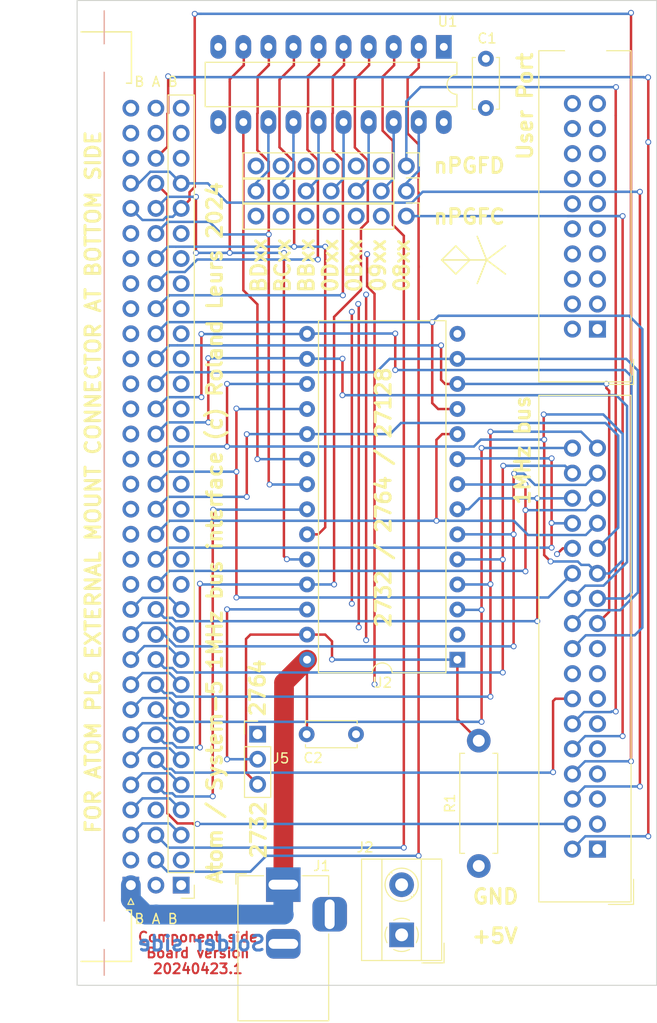
<source format=kicad_pcb>
(kicad_pcb (version 20171130) (host pcbnew "(5.1.2-1)-1")
  (title_block (title "FPGAtom I/O Extender") (date 04/08/2019) (rev 1.0) (company "Roland Leurs"))
  (layers (0 F.Cu signal) (1 In1.Cu signal) (2 In2.Cu signal hide) (31 B.Cu signal) (34 B.Paste user) (35 F.Paste user) (36 B.SilkS user) (37 F.SilkS user) (38 B.Mask user) (39 F.Mask user) (44 Edge.Cuts user))
  (net 0 "")
  (net 1 +5V)
  (net 2 GND)
  (net 3 /D6)
  (net 4 /D5)
  (net 5 /D4)
  (net 6 /D1)
  (net 7 /D2)
  (net 8 /D3)
  (net 9 /D0)
  (net 10 /NMI)
  (net 11 /A1)
  (net 12 /D7)
  (net 13 /A0)
  (net 14 /A3)
  (net 15 /A2)
  (net 16 /PHI2)
  (net 17 /RW)
  (net 18 /RESET)
  (net 19 /CB1)
  (net 20 /CB2)
  (net 21 /PB0)
  (net 22 /PB1)
  (net 23 /PB2)
  (net 24 /PB3)
  (net 25 /PB4)
  (net 26 /PB5)
  (net 27 /PB6)
  (net 28 /PB7)
  (net 29 /IRQ)
  (net 30 /A15)
  (net 31 /A14)
  (net 32 /A8)
  (net 33 /A7)
  (net 34 /A6)
  (net 35 /A5)
  (net 36 /A4)
  (net 37 /A13)
  (net 38 /A12)
  (net 39 /A11)
  (net 40 /A10)
  (net 41 /A9)
  (net 42 "Net-(U1-Pad12)")
  (net 43 "Net-(J3-Pad7)")
  (net 44 "Net-(J3-Pad6)")
  (net 45 "Net-(J3-Pad5)")
  (net 46 "Net-(J3-Pad4)")
  (net 47 "Net-(J3-Pad3)")
  (net 48 "Net-(J3-Pad2)")
  (net 49 "Net-(J3-Pad1)")
  (net 50 /nPGFC)
  (net 51 "Net-(J5-Pad3)")
  (net 52 "Net-(J5-Pad2)")
  (net 53 /nPGFD)
  (net 54 "Net-(P2-Padb5)")
  (module TerminalBlock_MetzConnect:TerminalBlock_MetzConnect_Type101_RT01602HBWC_1x02_P5.08mm_Horizontal (layer F.Cu) (at 104.14762 151.83866 90)
    (fp_text reference J2 (at 8.86714 -3.69824 180) (layer F.SilkS))
    (fp_text value Screw_Terminal_01x02)
    (pad 2 thru_hole circle (at 5.08 0 90) (size 2.5 2.5) (drill 1.3) (layers *.Cu *.Mask) (net 2 GND))
    (pad 1 thru_hole rect (at 0 0 90) (size 2.5 2.5) (drill 1.3) (layers *.Cu *.Mask) (net 1 +5V))
  )
  (module Package_DIP:DIP-20_W7.62mm_LongPads (layer F.Cu) (at 108.42244 61.85154 270)
    (fp_text reference U1 (at -2.5654 -0.38354 180) (layer F.SilkS))
    (fp_text value GAL16V8)
    (pad 20 thru_hole oval (at 7.62 0 270) (size 2.4 1.6) (drill 0.8) (layers *.Cu *.Mask) (net 1 +5V))
    (pad 10 thru_hole oval (at 0 22.86 270) (size 2.4 1.6) (drill 0.8) (layers *.Cu *.Mask) (net 2 GND))
    (pad 19 thru_hole oval (at 7.62 2.54 270) (size 2.4 1.6) (drill 0.8) (layers *.Cu *.Mask) (net 49 "Net-(J3-Pad1)"))
    (pad 9 thru_hole oval (at 0 20.32 270) (size 2.4 1.6) (drill 0.8) (layers *.Cu *.Mask) (net 41 /A9))
    (pad 18 thru_hole oval (at 7.62 5.08 270) (size 2.4 1.6) (drill 0.8) (layers *.Cu *.Mask) (net 48 "Net-(J3-Pad2)"))
    (pad 8 thru_hole oval (at 0 17.78 270) (size 2.4 1.6) (drill 0.8) (layers *.Cu *.Mask) (net 40 /A10))
    (pad 17 thru_hole oval (at 7.62 7.62 270) (size 2.4 1.6) (drill 0.8) (layers *.Cu *.Mask) (net 47 "Net-(J3-Pad3)"))
    (pad 7 thru_hole oval (at 0 15.24 270) (size 2.4 1.6) (drill 0.8) (layers *.Cu *.Mask) (net 39 /A11))
    (pad 16 thru_hole oval (at 7.62 10.16 270) (size 2.4 1.6) (drill 0.8) (layers *.Cu *.Mask) (net 46 "Net-(J3-Pad4)"))
    (pad 6 thru_hole oval (at 0 12.7 270) (size 2.4 1.6) (drill 0.8) (layers *.Cu *.Mask) (net 38 /A12))
    (pad 15 thru_hole oval (at 7.62 12.7 270) (size 2.4 1.6) (drill 0.8) (layers *.Cu *.Mask) (net 45 "Net-(J3-Pad5)"))
    (pad 5 thru_hole oval (at 0 10.16 270) (size 2.4 1.6) (drill 0.8) (layers *.Cu *.Mask) (net 37 /A13))
    (pad 14 thru_hole oval (at 7.62 15.24 270) (size 2.4 1.6) (drill 0.8) (layers *.Cu *.Mask) (net 44 "Net-(J3-Pad6)"))
    (pad 4 thru_hole oval (at 0 7.62 270) (size 2.4 1.6) (drill 0.8) (layers *.Cu *.Mask) (net 32 /A8))
    (pad 13 thru_hole oval (at 7.62 17.78 270) (size 2.4 1.6) (drill 0.8) (layers *.Cu *.Mask) (net 43 "Net-(J3-Pad7)"))
    (pad 3 thru_hole oval (at 0 5.08 270) (size 2.4 1.6) (drill 0.8) (layers *.Cu *.Mask) (net 31 /A14))
    (pad 12 thru_hole oval (at 7.62 20.32 270) (size 2.4 1.6) (drill 0.8) (layers *.Cu *.Mask) (net 42 "Net-(U1-Pad12)"))
    (pad 2 thru_hole oval (at 0 2.54 270) (size 2.4 1.6) (drill 0.8) (layers *.Cu *.Mask) (net 30 /A15))
    (pad 11 thru_hole oval (at 7.62 22.86 270) (size 2.4 1.6) (drill 0.8) (layers *.Cu *.Mask) (net 2 GND))
    (pad 1 thru_hole rect (at 0 0 270) (size 2.4 1.6) (drill 0.8) (layers *.Cu *.Mask) (net 2 GND))
  )
  (module Resistor_THT:R_Axial_DIN0411_L9.9mm_D3.6mm_P12.70mm_Horizontal (layer F.Cu) (at 111.96574 144.85874 90)
    (fp_text reference R1 (at 6.35 -2.92 90) (layer F.SilkS))
    (fp_text value 4k7)
    (pad 2 thru_hole oval (at 12.7 0 90) (size 2.4 2.4) (drill 1.2) (layers *.Cu *.Mask) (net 51 "Net-(J5-Pad3)"))
    (pad 1 thru_hole circle (at 0 0 90) (size 2.4 2.4) (drill 1.2) (layers *.Cu *.Mask) (net 1 +5V))
  )
  (module Connector_PinHeader_2.54mm:PinHeader_1x07_P2.54mm_Vertical (layer F.Cu) (at 104.62332 79 270)
    (fp_text reference J6 hide)
    (fp_text value Conn_01x07)
    (pad 7 thru_hole oval (at 0 15.24 270) (size 1.7 1.7) (drill 1) (layers *.Cu *.Mask) (net 50 /nPGFC))
    (pad 6 thru_hole oval (at 0 12.7 270) (size 1.7 1.7) (drill 1) (layers *.Cu *.Mask) (net 50 /nPGFC))
    (pad 5 thru_hole oval (at 0 10.16 270) (size 1.7 1.7) (drill 1) (layers *.Cu *.Mask) (net 50 /nPGFC))
    (pad 4 thru_hole oval (at 0 7.62 270) (size 1.7 1.7) (drill 1) (layers *.Cu *.Mask) (net 50 /nPGFC))
    (pad 3 thru_hole oval (at 0 5.08 270) (size 1.7 1.7) (drill 1) (layers *.Cu *.Mask) (net 50 /nPGFC))
    (pad 2 thru_hole oval (at 0 2.54 270) (size 1.7 1.7) (drill 1) (layers *.Cu *.Mask) (net 50 /nPGFC))
    (pad 1 thru_hole oval (at 0 0 270) (size 1.7 1.7) (drill 1) (layers *.Cu *.Mask) (net 50 /nPGFC))
  )
  (module Connector_PinHeader_2.54mm:PinHeader_1x07_P2.54mm_Vertical (layer F.Cu) (at 104.62332 73.92 270)
    (fp_text reference J4 hide)
    (fp_text value Conn_01x07)
    (pad 7 thru_hole oval (at 0 15.24 270) (size 1.7 1.7) (drill 1) (layers *.Cu *.Mask) (net 53 /nPGFD))
    (pad 6 thru_hole oval (at 0 12.7 270) (size 1.7 1.7) (drill 1) (layers *.Cu *.Mask) (net 53 /nPGFD))
    (pad 5 thru_hole oval (at 0 10.16 270) (size 1.7 1.7) (drill 1) (layers *.Cu *.Mask) (net 53 /nPGFD))
    (pad 4 thru_hole oval (at 0 7.62 270) (size 1.7 1.7) (drill 1) (layers *.Cu *.Mask) (net 53 /nPGFD))
    (pad 3 thru_hole oval (at 0 5.08 270) (size 1.7 1.7) (drill 1) (layers *.Cu *.Mask) (net 53 /nPGFD))
    (pad 2 thru_hole oval (at 0 2.54 270) (size 1.7 1.7) (drill 1) (layers *.Cu *.Mask) (net 53 /nPGFD))
    (pad 1 thru_hole oval (at 0 0 270) (size 1.7 1.7) (drill 1) (layers *.Cu *.Mask) (net 53 /nPGFD))
  )
  (module Connector_PinHeader_2.54mm:PinHeader_1x07_P2.54mm_Vertical (layer F.Cu) (at 104.62332 76.46 270)
    (fp_text reference J3 hide)
    (fp_text value Conn_01x07)
    (pad 7 thru_hole oval (at 0 15.24 270) (size 1.7 1.7) (drill 1) (layers *.Cu *.Mask) (net 43 "Net-(J3-Pad7)"))
    (pad 6 thru_hole oval (at 0 12.7 270) (size 1.7 1.7) (drill 1) (layers *.Cu *.Mask) (net 44 "Net-(J3-Pad6)"))
    (pad 5 thru_hole oval (at 0 10.16 270) (size 1.7 1.7) (drill 1) (layers *.Cu *.Mask) (net 45 "Net-(J3-Pad5)"))
    (pad 4 thru_hole oval (at 0 7.62 270) (size 1.7 1.7) (drill 1) (layers *.Cu *.Mask) (net 46 "Net-(J3-Pad4)"))
    (pad 3 thru_hole oval (at 0 5.08 270) (size 1.7 1.7) (drill 1) (layers *.Cu *.Mask) (net 47 "Net-(J3-Pad3)"))
    (pad 2 thru_hole oval (at 0 2.54 270) (size 1.7 1.7) (drill 1) (layers *.Cu *.Mask) (net 48 "Net-(J3-Pad2)"))
    (pad 1 thru_hole oval (at 0 0 270) (size 1.7 1.7) (drill 1) (layers *.Cu *.Mask) (net 49 "Net-(J3-Pad1)"))
  )
  (module MountingHole:MountingHole_4.3mm_M4 (layer F.Cu) (at 122.15 152.35)
    (fp_text reference H2 hide)
    (fp_text value MountingHole)
    (pad 1 np_thru_hole circle (at 0 0) (size 4.3 4.3) (drill 4.3) (layers *.Cu *.Mask))
  )
  (module MountingHole:MountingHole_4.3mm_M4 (layer F.Cu) (at 122.8 61.7)
    (fp_text reference H1 hide)
    (fp_text value MountingHole)
    (pad 1 np_thru_hole circle (at 0 0) (size 4.3 4.3) (drill 4.3) (layers *.Cu *.Mask))
  )
  (module Connector_PinHeader_2.54mm:PinHeader_1x32_P2.54mm_Vertical (layer F.Cu) (at 81.8 146.8 180)
    (fp_text reference P1 hide)
    (fp_text value Conn_01x32)
    (pad 32 thru_hole oval (at 0 78.74 180) (size 1.7 1.7) (drill 1) (layers *.Cu *.Mask) (net 2 GND))
    (pad 31 thru_hole oval (at 0 76.2 180) (size 1.7 1.7) (drill 1) (layers *.Cu *.Mask))
    (pad 30 thru_hole oval (at 0 73.66 180) (size 1.7 1.7) (drill 1) (layers *.Cu *.Mask))
    (pad 29 thru_hole oval (at 0 71.12 180) (size 1.7 1.7) (drill 1) (layers *.Cu *.Mask) (net 10 /NMI))
    (pad 28 thru_hole oval (at 0 68.58 180) (size 1.7 1.7) (drill 1) (layers *.Cu *.Mask) (net 29 /IRQ))
    (pad 27 thru_hole oval (at 0 66.04 180) (size 1.7 1.7) (drill 1) (layers *.Cu *.Mask))
    (pad 26 thru_hole oval (at 0 63.5 180) (size 1.7 1.7) (drill 1) (layers *.Cu *.Mask))
    (pad 25 thru_hole oval (at 0 60.96 180) (size 1.7 1.7) (drill 1) (layers *.Cu *.Mask))
    (pad 24 thru_hole oval (at 0 58.42 180) (size 1.7 1.7) (drill 1) (layers *.Cu *.Mask))
    (pad 23 thru_hole oval (at 0 55.88 180) (size 1.7 1.7) (drill 1) (layers *.Cu *.Mask))
    (pad 22 thru_hole oval (at 0 53.34 180) (size 1.7 1.7) (drill 1) (layers *.Cu *.Mask))
    (pad 21 thru_hole oval (at 0 50.8 180) (size 1.7 1.7) (drill 1) (layers *.Cu *.Mask))
    (pad 20 thru_hole oval (at 0 48.26 180) (size 1.7 1.7) (drill 1) (layers *.Cu *.Mask))
    (pad 19 thru_hole oval (at 0 45.72 180) (size 1.7 1.7) (drill 1) (layers *.Cu *.Mask))
    (pad 18 thru_hole oval (at 0 43.18 180) (size 1.7 1.7) (drill 1) (layers *.Cu *.Mask))
    (pad 17 thru_hole oval (at 0 40.64 180) (size 1.7 1.7) (drill 1) (layers *.Cu *.Mask))
    (pad 16 thru_hole oval (at 0 38.1 180) (size 1.7 1.7) (drill 1) (layers *.Cu *.Mask))
    (pad 15 thru_hole oval (at 0 35.56 180) (size 1.7 1.7) (drill 1) (layers *.Cu *.Mask))
    (pad 14 thru_hole oval (at 0 33.02 180) (size 1.7 1.7) (drill 1) (layers *.Cu *.Mask))
    (pad 13 thru_hole oval (at 0 30.48 180) (size 1.7 1.7) (drill 1) (layers *.Cu *.Mask))
    (pad 12 thru_hole oval (at 0 27.94 180) (size 1.7 1.7) (drill 1) (layers *.Cu *.Mask) (net 19 /CB1))
    (pad 11 thru_hole oval (at 0 25.4 180) (size 1.7 1.7) (drill 1) (layers *.Cu *.Mask) (net 20 /CB2))
    (pad 10 thru_hole oval (at 0 22.86 180) (size 1.7 1.7) (drill 1) (layers *.Cu *.Mask) (net 21 /PB0))
    (pad 9 thru_hole oval (at 0 20.32 180) (size 1.7 1.7) (drill 1) (layers *.Cu *.Mask) (net 22 /PB1))
    (pad 8 thru_hole oval (at 0 17.78 180) (size 1.7 1.7) (drill 1) (layers *.Cu *.Mask) (net 23 /PB2))
    (pad 7 thru_hole oval (at 0 15.24 180) (size 1.7 1.7) (drill 1) (layers *.Cu *.Mask) (net 24 /PB3))
    (pad 6 thru_hole oval (at 0 12.7 180) (size 1.7 1.7) (drill 1) (layers *.Cu *.Mask) (net 25 /PB4))
    (pad 5 thru_hole oval (at 0 10.16 180) (size 1.7 1.7) (drill 1) (layers *.Cu *.Mask) (net 26 /PB5))
    (pad 4 thru_hole oval (at 0 7.62 180) (size 1.7 1.7) (drill 1) (layers *.Cu *.Mask) (net 27 /PB6))
    (pad 3 thru_hole oval (at 0 5.08 180) (size 1.7 1.7) (drill 1) (layers *.Cu *.Mask) (net 28 /PB7))
    (pad 2 thru_hole oval (at 0 2.54 180) (size 1.7 1.7) (drill 1) (layers *.Cu *.Mask))
    (pad 1 thru_hole rect (at 0 0 180) (size 1.7 1.7) (drill 1) (layers *.Cu *.Mask))
  )
  (module Connector_IDC:IDC-Header_2x17_P2.54mm_Vertical (layer F.Cu) (at 124 143.15 180)
    (fp_text reference P4 hide)
    (fp_text value "1MHZ BUS")
    (pad 34 thru_hole oval (at 2.54 40.64 180) (size 1.7272 1.7272) (drill 1.016) (layers *.Cu *.Mask) (net 33 /A7))
    (pad 33 thru_hole oval (at 0 40.64 180) (size 1.7272 1.7272) (drill 1.016) (layers *.Cu *.Mask) (net 34 /A6))
    (pad 32 thru_hole oval (at 2.54 38.1 180) (size 1.7272 1.7272) (drill 1.016) (layers *.Cu *.Mask) (net 35 /A5))
    (pad 31 thru_hole oval (at 0 38.1 180) (size 1.7272 1.7272) (drill 1.016) (layers *.Cu *.Mask) (net 36 /A4))
    (pad 30 thru_hole oval (at 2.54 35.56 180) (size 1.7272 1.7272) (drill 1.016) (layers *.Cu *.Mask) (net 14 /A3))
    (pad 29 thru_hole oval (at 0 35.56 180) (size 1.7272 1.7272) (drill 1.016) (layers *.Cu *.Mask) (net 15 /A2))
    (pad 28 thru_hole oval (at 2.54 33.02 180) (size 1.7272 1.7272) (drill 1.016) (layers *.Cu *.Mask) (net 11 /A1))
    (pad 27 thru_hole oval (at 0 33.02 180) (size 1.7272 1.7272) (drill 1.016) (layers *.Cu *.Mask) (net 13 /A0))
    (pad 26 thru_hole oval (at 2.54 30.48 180) (size 1.7272 1.7272) (drill 1.016) (layers *.Cu *.Mask) (net 2 GND))
    (pad 25 thru_hole oval (at 0 30.48 180) (size 1.7272 1.7272) (drill 1.016) (layers *.Cu *.Mask) (net 12 /D7))
    (pad 24 thru_hole oval (at 2.54 27.94 180) (size 1.7272 1.7272) (drill 1.016) (layers *.Cu *.Mask) (net 3 /D6))
    (pad 23 thru_hole oval (at 0 27.94 180) (size 1.7272 1.7272) (drill 1.016) (layers *.Cu *.Mask) (net 4 /D5))
    (pad 22 thru_hole oval (at 2.54 25.4 180) (size 1.7272 1.7272) (drill 1.016) (layers *.Cu *.Mask) (net 5 /D4))
    (pad 21 thru_hole oval (at 0 25.4 180) (size 1.7272 1.7272) (drill 1.016) (layers *.Cu *.Mask) (net 8 /D3))
    (pad 20 thru_hole oval (at 2.54 22.86 180) (size 1.7272 1.7272) (drill 1.016) (layers *.Cu *.Mask) (net 7 /D2))
    (pad 19 thru_hole oval (at 0 22.86 180) (size 1.7272 1.7272) (drill 1.016) (layers *.Cu *.Mask) (net 6 /D1))
    (pad 18 thru_hole oval (at 2.54 20.32 180) (size 1.7272 1.7272) (drill 1.016) (layers *.Cu *.Mask) (net 9 /D0))
    (pad 17 thru_hole oval (at 0 20.32 180) (size 1.7272 1.7272) (drill 1.016) (layers *.Cu *.Mask) (net 2 GND))
    (pad 16 thru_hole oval (at 2.54 17.78 180) (size 1.7272 1.7272) (drill 1.016) (layers *.Cu *.Mask))
    (pad 15 thru_hole oval (at 0 17.78 180) (size 1.7272 1.7272) (drill 1.016) (layers *.Cu *.Mask) (net 2 GND))
    (pad 14 thru_hole oval (at 2.54 15.24 180) (size 1.7272 1.7272) (drill 1.016) (layers *.Cu *.Mask) (net 18 /RESET))
    (pad 13 thru_hole oval (at 0 15.24 180) (size 1.7272 1.7272) (drill 1.016) (layers *.Cu *.Mask) (net 2 GND))
    (pad 12 thru_hole oval (at 2.54 12.7 180) (size 1.7272 1.7272) (drill 1.016) (layers *.Cu *.Mask) (net 53 /nPGFD))
    (pad 11 thru_hole oval (at 0 12.7 180) (size 1.7272 1.7272) (drill 1.016) (layers *.Cu *.Mask) (net 2 GND))
    (pad 10 thru_hole oval (at 2.54 10.16 180) (size 1.7272 1.7272) (drill 1.016) (layers *.Cu *.Mask) (net 50 /nPGFC))
    (pad 9 thru_hole oval (at 0 10.16 180) (size 1.7272 1.7272) (drill 1.016) (layers *.Cu *.Mask) (net 2 GND))
    (pad 8 thru_hole oval (at 2.54 7.62 180) (size 1.7272 1.7272) (drill 1.016) (layers *.Cu *.Mask) (net 29 /IRQ))
    (pad 7 thru_hole oval (at 0 7.62 180) (size 1.7272 1.7272) (drill 1.016) (layers *.Cu *.Mask) (net 2 GND))
    (pad 6 thru_hole oval (at 2.54 5.08 180) (size 1.7272 1.7272) (drill 1.016) (layers *.Cu *.Mask) (net 10 /NMI))
    (pad 5 thru_hole oval (at 0 5.08 180) (size 1.7272 1.7272) (drill 1.016) (layers *.Cu *.Mask) (net 2 GND))
    (pad 4 thru_hole oval (at 2.54 2.54 180) (size 1.7272 1.7272) (drill 1.016) (layers *.Cu *.Mask) (net 16 /PHI2))
    (pad 3 thru_hole oval (at 0 2.54 180) (size 1.7272 1.7272) (drill 1.016) (layers *.Cu *.Mask) (net 2 GND))
    (pad 2 thru_hole oval (at 2.54 0 180) (size 1.7272 1.7272) (drill 1.016) (layers *.Cu *.Mask) (net 17 /RW))
    (pad 1 thru_hole rect (at 0 0 180) (size 1.7272 1.7272) (drill 1.016) (layers *.Cu *.Mask) (net 2 GND))
  )
  (module Connector_IDC:IDC-Header_2x10_P2.54mm_Vertical (layer F.Cu) (at 124 90.45 180)
    (fp_text reference P3 hide)
    (fp_text value "USER PORT")
    (pad 20 thru_hole oval (at 2.54 22.86 180) (size 1.7272 1.7272) (drill 1.016) (layers *.Cu *.Mask) (net 28 /PB7))
    (pad 19 thru_hole oval (at 0 22.86 180) (size 1.7272 1.7272) (drill 1.016) (layers *.Cu *.Mask) (net 2 GND))
    (pad 18 thru_hole oval (at 2.54 20.32 180) (size 1.7272 1.7272) (drill 1.016) (layers *.Cu *.Mask) (net 27 /PB6))
    (pad 17 thru_hole oval (at 0 20.32 180) (size 1.7272 1.7272) (drill 1.016) (layers *.Cu *.Mask) (net 2 GND))
    (pad 16 thru_hole oval (at 2.54 17.78 180) (size 1.7272 1.7272) (drill 1.016) (layers *.Cu *.Mask) (net 26 /PB5))
    (pad 15 thru_hole oval (at 0 17.78 180) (size 1.7272 1.7272) (drill 1.016) (layers *.Cu *.Mask) (net 2 GND))
    (pad 14 thru_hole oval (at 2.54 15.24 180) (size 1.7272 1.7272) (drill 1.016) (layers *.Cu *.Mask) (net 25 /PB4))
    (pad 13 thru_hole oval (at 0 15.24 180) (size 1.7272 1.7272) (drill 1.016) (layers *.Cu *.Mask) (net 2 GND))
    (pad 12 thru_hole oval (at 2.54 12.7 180) (size 1.7272 1.7272) (drill 1.016) (layers *.Cu *.Mask) (net 24 /PB3))
    (pad 11 thru_hole oval (at 0 12.7 180) (size 1.7272 1.7272) (drill 1.016) (layers *.Cu *.Mask) (net 2 GND))
    (pad 10 thru_hole oval (at 2.54 10.16 180) (size 1.7272 1.7272) (drill 1.016) (layers *.Cu *.Mask) (net 23 /PB2))
    (pad 9 thru_hole oval (at 0 10.16 180) (size 1.7272 1.7272) (drill 1.016) (layers *.Cu *.Mask) (net 2 GND))
    (pad 8 thru_hole oval (at 2.54 7.62 180) (size 1.7272 1.7272) (drill 1.016) (layers *.Cu *.Mask) (net 22 /PB1))
    (pad 7 thru_hole oval (at 0 7.62 180) (size 1.7272 1.7272) (drill 1.016) (layers *.Cu *.Mask) (net 2 GND))
    (pad 6 thru_hole oval (at 2.54 5.08 180) (size 1.7272 1.7272) (drill 1.016) (layers *.Cu *.Mask) (net 21 /PB0))
    (pad 5 thru_hole oval (at 0 5.08 180) (size 1.7272 1.7272) (drill 1.016) (layers *.Cu *.Mask) (net 2 GND))
    (pad 4 thru_hole oval (at 2.54 2.54 180) (size 1.7272 1.7272) (drill 1.016) (layers *.Cu *.Mask) (net 20 /CB2))
    (pad 3 thru_hole oval (at 0 2.54 180) (size 1.7272 1.7272) (drill 1.016) (layers *.Cu *.Mask) (net 1 +5V))
    (pad 2 thru_hole oval (at 2.54 0 180) (size 1.7272 1.7272) (drill 1.016) (layers *.Cu *.Mask) (net 19 /CB1))
    (pad 1 thru_hole rect (at 0 0 180) (size 1.7272 1.7272) (drill 1.016) (layers *.Cu *.Mask) (net 1 +5V))
  )
  (module Package_DIP:DIP-28_W15.24mm (layer F.Cu) (at 109.8 123.95 180)
    (fp_text reference U2 (at 7.62 -2.33) (layer F.SilkS))
    (fp_text value 27128)
    (pad 28 thru_hole oval (at 15.24 0 180) (size 1.6 1.6) (drill 0.8) (layers *.Cu *.Mask) (net 1 +5V))
    (pad 14 thru_hole oval (at 0 33.02 180) (size 1.6 1.6) (drill 0.8) (layers *.Cu *.Mask) (net 2 GND))
    (pad 27 thru_hole oval (at 15.24 2.54 180) (size 1.6 1.6) (drill 0.8) (layers *.Cu *.Mask) (net 51 "Net-(J5-Pad3)"))
    (pad 13 thru_hole oval (at 0 30.48 180) (size 1.6 1.6) (drill 0.8) (layers *.Cu *.Mask) (net 7 /D2))
    (pad 26 thru_hole oval (at 15.24 5.08 180) (size 1.6 1.6) (drill 0.8) (layers *.Cu *.Mask) (net 52 "Net-(J5-Pad2)"))
    (pad 12 thru_hole oval (at 0 27.94 180) (size 1.6 1.6) (drill 0.8) (layers *.Cu *.Mask) (net 6 /D1))
    (pad 25 thru_hole oval (at 15.24 7.62 180) (size 1.6 1.6) (drill 0.8) (layers *.Cu *.Mask) (net 32 /A8))
    (pad 11 thru_hole oval (at 0 25.4 180) (size 1.6 1.6) (drill 0.8) (layers *.Cu *.Mask) (net 9 /D0))
    (pad 24 thru_hole oval (at 15.24 10.16 180) (size 1.6 1.6) (drill 0.8) (layers *.Cu *.Mask) (net 41 /A9))
    (pad 10 thru_hole oval (at 0 22.86 180) (size 1.6 1.6) (drill 0.8) (layers *.Cu *.Mask) (net 13 /A0))
    (pad 23 thru_hole oval (at 15.24 12.7 180) (size 1.6 1.6) (drill 0.8) (layers *.Cu *.Mask) (net 39 /A11))
    (pad 9 thru_hole oval (at 0 20.32 180) (size 1.6 1.6) (drill 0.8) (layers *.Cu *.Mask) (net 11 /A1))
    (pad 22 thru_hole oval (at 15.24 15.24 180) (size 1.6 1.6) (drill 0.8) (layers *.Cu *.Mask) (net 54 "Net-(P2-Padb5)"))
    (pad 8 thru_hole oval (at 0 17.78 180) (size 1.6 1.6) (drill 0.8) (layers *.Cu *.Mask) (net 15 /A2))
    (pad 21 thru_hole oval (at 15.24 17.78 180) (size 1.6 1.6) (drill 0.8) (layers *.Cu *.Mask) (net 40 /A10))
    (pad 7 thru_hole oval (at 0 15.24 180) (size 1.6 1.6) (drill 0.8) (layers *.Cu *.Mask) (net 14 /A3))
    (pad 20 thru_hole oval (at 15.24 20.32 180) (size 1.6 1.6) (drill 0.8) (layers *.Cu *.Mask) (net 42 "Net-(U1-Pad12)"))
    (pad 6 thru_hole oval (at 0 12.7 180) (size 1.6 1.6) (drill 0.8) (layers *.Cu *.Mask) (net 36 /A4))
    (pad 19 thru_hole oval (at 15.24 22.86 180) (size 1.6 1.6) (drill 0.8) (layers *.Cu *.Mask) (net 12 /D7))
    (pad 5 thru_hole oval (at 0 10.16 180) (size 1.6 1.6) (drill 0.8) (layers *.Cu *.Mask) (net 35 /A5))
    (pad 18 thru_hole oval (at 15.24 25.4 180) (size 1.6 1.6) (drill 0.8) (layers *.Cu *.Mask) (net 3 /D6))
    (pad 4 thru_hole oval (at 0 7.62 180) (size 1.6 1.6) (drill 0.8) (layers *.Cu *.Mask) (net 34 /A6))
    (pad 17 thru_hole oval (at 15.24 27.94 180) (size 1.6 1.6) (drill 0.8) (layers *.Cu *.Mask) (net 4 /D5))
    (pad 3 thru_hole oval (at 0 5.08 180) (size 1.6 1.6) (drill 0.8) (layers *.Cu *.Mask) (net 33 /A7))
    (pad 16 thru_hole oval (at 15.24 30.48 180) (size 1.6 1.6) (drill 0.8) (layers *.Cu *.Mask) (net 5 /D4))
    (pad 2 thru_hole oval (at 0 2.54 180) (size 1.6 1.6) (drill 0.8) (layers *.Cu *.Mask) (net 2 GND))
    (pad 15 thru_hole oval (at 15.24 33.02 180) (size 1.6 1.6) (drill 0.8) (layers *.Cu *.Mask) (net 8 /D3))
    (pad 1 thru_hole rect (at 0 0 180) (size 1.6 1.6) (drill 0.8) (layers *.Cu *.Mask) (net 51 "Net-(J5-Pad3)"))
  )
  (module Connector_DIN:DIN41612_B_2x32_Horizontal (layer F.Cu) (at 76.7 146.8 90)
    (fp_text reference P2 hide)
    (fp_text value CONN_02X32)
    (pad "" np_thru_hole circle (at 83.82 -2.54 90) (size 2.8 2.8) (drill 2.8) (layers *.Cu *.Mask))
    (pad "" np_thru_hole circle (at -5.08 -2.54 90) (size 2.8 2.8) (drill 2.8) (layers *.Cu *.Mask))
    (pad b32 thru_hole circle (at 78.74 2.54 90) (size 1.7 1.7) (drill 1) (layers *.Cu *.Mask) (net 2 GND))
    (pad a32 thru_hole circle (at 78.74 0 90) (size 1.7 1.7) (drill 1) (layers *.Cu *.Mask) (net 2 GND))
    (pad b31 thru_hole circle (at 76.2 2.54 90) (size 1.7 1.7) (drill 1) (layers *.Cu *.Mask))
    (pad a31 thru_hole circle (at 76.2 0 90) (size 1.7 1.7) (drill 1) (layers *.Cu *.Mask))
    (pad b30 thru_hole circle (at 73.66 2.54 90) (size 1.7 1.7) (drill 1) (layers *.Cu *.Mask) (net 17 /RW))
    (pad a30 thru_hole circle (at 73.66 0 90) (size 1.7 1.7) (drill 1) (layers *.Cu *.Mask))
    (pad b29 thru_hole circle (at 71.12 2.54 90) (size 1.7 1.7) (drill 1) (layers *.Cu *.Mask) (net 16 /PHI2))
    (pad a29 thru_hole circle (at 71.12 0 90) (size 1.7 1.7) (drill 1) (layers *.Cu *.Mask) (net 10 /NMI))
    (pad b28 thru_hole circle (at 68.58 2.54 90) (size 1.7 1.7) (drill 1) (layers *.Cu *.Mask) (net 41 /A9))
    (pad a28 thru_hole circle (at 68.58 0 90) (size 1.7 1.7) (drill 1) (layers *.Cu *.Mask) (net 29 /IRQ))
    (pad b27 thru_hole circle (at 66.04 2.54 90) (size 1.7 1.7) (drill 1) (layers *.Cu *.Mask) (net 40 /A10))
    (pad a27 thru_hole circle (at 66.04 0 90) (size 1.7 1.7) (drill 1) (layers *.Cu *.Mask))
    (pad b26 thru_hole circle (at 63.5 2.54 90) (size 1.7 1.7) (drill 1) (layers *.Cu *.Mask) (net 39 /A11))
    (pad a26 thru_hole circle (at 63.5 0 90) (size 1.7 1.7) (drill 1) (layers *.Cu *.Mask))
    (pad b25 thru_hole circle (at 60.96 2.54 90) (size 1.7 1.7) (drill 1) (layers *.Cu *.Mask) (net 38 /A12))
    (pad a25 thru_hole circle (at 60.96 0 90) (size 1.7 1.7) (drill 1) (layers *.Cu *.Mask))
    (pad b24 thru_hole circle (at 58.42 2.54 90) (size 1.7 1.7) (drill 1) (layers *.Cu *.Mask) (net 37 /A13))
    (pad a24 thru_hole circle (at 58.42 0 90) (size 1.7 1.7) (drill 1) (layers *.Cu *.Mask))
    (pad b23 thru_hole circle (at 55.88 2.54 90) (size 1.7 1.7) (drill 1) (layers *.Cu *.Mask) (net 9 /D0))
    (pad a23 thru_hole circle (at 55.88 0 90) (size 1.7 1.7) (drill 1) (layers *.Cu *.Mask))
    (pad b22 thru_hole circle (at 53.34 2.54 90) (size 1.7 1.7) (drill 1) (layers *.Cu *.Mask) (net 6 /D1))
    (pad a22 thru_hole circle (at 53.34 0 90) (size 1.7 1.7) (drill 1) (layers *.Cu *.Mask))
    (pad b21 thru_hole circle (at 50.8 2.54 90) (size 1.7 1.7) (drill 1) (layers *.Cu *.Mask) (net 7 /D2))
    (pad a21 thru_hole circle (at 50.8 0 90) (size 1.7 1.7) (drill 1) (layers *.Cu *.Mask))
    (pad b20 thru_hole circle (at 48.26 2.54 90) (size 1.7 1.7) (drill 1) (layers *.Cu *.Mask) (net 8 /D3))
    (pad a20 thru_hole circle (at 48.26 0 90) (size 1.7 1.7) (drill 1) (layers *.Cu *.Mask))
    (pad b19 thru_hole circle (at 45.72 2.54 90) (size 1.7 1.7) (drill 1) (layers *.Cu *.Mask) (net 5 /D4))
    (pad a19 thru_hole circle (at 45.72 0 90) (size 1.7 1.7) (drill 1) (layers *.Cu *.Mask))
    (pad b18 thru_hole circle (at 43.18 2.54 90) (size 1.7 1.7) (drill 1) (layers *.Cu *.Mask) (net 4 /D5))
    (pad a18 thru_hole circle (at 43.18 0 90) (size 1.7 1.7) (drill 1) (layers *.Cu *.Mask))
    (pad b17 thru_hole circle (at 40.64 2.54 90) (size 1.7 1.7) (drill 1) (layers *.Cu *.Mask) (net 3 /D6))
    (pad a17 thru_hole circle (at 40.64 0 90) (size 1.7 1.7) (drill 1) (layers *.Cu *.Mask))
    (pad b16 thru_hole circle (at 38.1 2.54 90) (size 1.7 1.7) (drill 1) (layers *.Cu *.Mask) (net 12 /D7))
    (pad a16 thru_hole circle (at 38.1 0 90) (size 1.7 1.7) (drill 1) (layers *.Cu *.Mask))
    (pad b15 thru_hole circle (at 35.56 2.54 90) (size 1.7 1.7) (drill 1) (layers *.Cu *.Mask) (net 13 /A0))
    (pad a15 thru_hole circle (at 35.56 0 90) (size 1.7 1.7) (drill 1) (layers *.Cu *.Mask))
    (pad b14 thru_hole circle (at 33.02 2.54 90) (size 1.7 1.7) (drill 1) (layers *.Cu *.Mask) (net 11 /A1))
    (pad a14 thru_hole circle (at 33.02 0 90) (size 1.7 1.7) (drill 1) (layers *.Cu *.Mask))
    (pad b13 thru_hole circle (at 30.48 2.54 90) (size 1.7 1.7) (drill 1) (layers *.Cu *.Mask) (net 15 /A2))
    (pad a13 thru_hole circle (at 30.48 0 90) (size 1.7 1.7) (drill 1) (layers *.Cu *.Mask))
    (pad b12 thru_hole circle (at 27.94 2.54 90) (size 1.7 1.7) (drill 1) (layers *.Cu *.Mask) (net 14 /A3))
    (pad a12 thru_hole circle (at 27.94 0 90) (size 1.7 1.7) (drill 1) (layers *.Cu *.Mask) (net 19 /CB1))
    (pad b11 thru_hole circle (at 25.4 2.54 90) (size 1.7 1.7) (drill 1) (layers *.Cu *.Mask) (net 36 /A4))
    (pad a11 thru_hole circle (at 25.4 0 90) (size 1.7 1.7) (drill 1) (layers *.Cu *.Mask) (net 20 /CB2))
    (pad b10 thru_hole circle (at 22.86 2.54 90) (size 1.7 1.7) (drill 1) (layers *.Cu *.Mask) (net 35 /A5))
    (pad a10 thru_hole circle (at 22.86 0 90) (size 1.7 1.7) (drill 1) (layers *.Cu *.Mask) (net 21 /PB0))
    (pad b9 thru_hole circle (at 20.32 2.54 90) (size 1.7 1.7) (drill 1) (layers *.Cu *.Mask) (net 34 /A6))
    (pad a9 thru_hole circle (at 20.32 0 90) (size 1.7 1.7) (drill 1) (layers *.Cu *.Mask) (net 22 /PB1))
    (pad b8 thru_hole circle (at 17.78 2.54 90) (size 1.7 1.7) (drill 1) (layers *.Cu *.Mask) (net 33 /A7))
    (pad a8 thru_hole circle (at 17.78 0 90) (size 1.7 1.7) (drill 1) (layers *.Cu *.Mask) (net 23 /PB2))
    (pad b7 thru_hole circle (at 15.24 2.54 90) (size 1.7 1.7) (drill 1) (layers *.Cu *.Mask) (net 32 /A8))
    (pad a7 thru_hole circle (at 15.24 0 90) (size 1.7 1.7) (drill 1) (layers *.Cu *.Mask) (net 24 /PB3))
    (pad b6 thru_hole circle (at 12.7 2.54 90) (size 1.7 1.7) (drill 1) (layers *.Cu *.Mask) (net 18 /RESET))
    (pad a6 thru_hole circle (at 12.7 0 90) (size 1.7 1.7) (drill 1) (layers *.Cu *.Mask) (net 25 /PB4))
    (pad b5 thru_hole circle (at 10.16 2.54 90) (size 1.7 1.7) (drill 1) (layers *.Cu *.Mask) (net 54 "Net-(P2-Padb5)"))
    (pad a5 thru_hole circle (at 10.16 0 90) (size 1.7 1.7) (drill 1) (layers *.Cu *.Mask) (net 26 /PB5))
    (pad b4 thru_hole circle (at 7.62 2.54 90) (size 1.7 1.7) (drill 1) (layers *.Cu *.Mask))
    (pad a4 thru_hole circle (at 7.62 0 90) (size 1.7 1.7) (drill 1) (layers *.Cu *.Mask) (net 27 /PB6))
    (pad b3 thru_hole circle (at 5.08 2.54 90) (size 1.7 1.7) (drill 1) (layers *.Cu *.Mask) (net 31 /A14))
    (pad a3 thru_hole circle (at 5.08 0 90) (size 1.7 1.7) (drill 1) (layers *.Cu *.Mask) (net 28 /PB7))
    (pad b2 thru_hole circle (at 2.54 2.54 90) (size 1.7 1.7) (drill 1) (layers *.Cu *.Mask) (net 30 /A15))
    (pad a2 thru_hole circle (at 2.54 0 90) (size 1.7 1.7) (drill 1) (layers *.Cu *.Mask))
    (pad b1 thru_hole circle (at 0 2.54 90) (size 1.7 1.7) (drill 1) (layers *.Cu *.Mask))
    (pad a1 thru_hole rect (at 0 0 90) (size 1.7 1.7) (drill 1) (layers *.Cu *.Mask) (net 1 +5V))
  )
  (module Connector_BarrelJack:BarrelJack_Horizontal (layer F.Cu) (at 92.15374 146.75 90)
    (fp_text reference J1 (at 1.89126 3.89128 180) (layer F.SilkS))
    (fp_text value Jack-DC)
    (pad 3 thru_hole roundrect (at -3 4.7 90) (size 3.5 3.5) (drill oval 3 1) (layers *.Cu *.Mask))
    (pad 2 thru_hole roundrect (at -6 0 90) (size 3 3.5) (drill oval 1 3) (layers *.Cu *.Mask) (net 2 GND))
    (pad 1 thru_hole rect (at 0 0 90) (size 3.5 3.5) (drill oval 1 3) (layers *.Cu *.Mask) (net 1 +5V))
  )
  (module Connector_PinHeader_2.54mm:PinHeader_1x03_P2.54mm_Vertical (layer F.Cu) (at 89.55 131.5)
    (fp_text reference J5 (at 2.35 2.45) (layer F.SilkS))
    (fp_text value "ROM select")
    (pad 3 thru_hole oval (at 0 5.08) (size 1.7 1.7) (drill 1) (layers *.Cu *.Mask) (net 51 "Net-(J5-Pad3)"))
    (pad 2 thru_hole oval (at 0 2.54) (size 1.7 1.7) (drill 1) (layers *.Cu *.Mask) (net 52 "Net-(J5-Pad2)"))
    (pad 1 thru_hole rect (at 0 0) (size 1.7 1.7) (drill 1) (layers *.Cu *.Mask) (net 2 GND))
  )
  (module Capacitor_THT:C_Disc_D5.0mm_W2.5mm_P5.00mm (layer F.Cu) (at 94.52102 131.5085)
    (fp_text reference C2 (at 0.65 2.4) (layer F.SilkS))
    (fp_text value 100nF)
    (pad 2 thru_hole circle (at 5 0) (size 1.6 1.6) (drill 0.8) (layers *.Cu *.Mask) (net 2 GND))
    (pad 1 thru_hole circle (at 0 0) (size 1.6 1.6) (drill 0.8) (layers *.Cu *.Mask) (net 1 +5V))
  )
  (module Capacitor_THT:C_Disc_D5.0mm_W2.5mm_P5.00mm (layer F.Cu) (at 112.6871 68.04788 90)
    (fp_text reference C1 (at 7.0574 0.11938 180) (layer F.SilkS))
    (fp_text value 100nF)
    (pad 2 thru_hole circle (at 5 0 90) (size 1.6 1.6) (drill 0.8) (layers *.Cu *.Mask) (net 2 GND))
    (pad 1 thru_hole circle (at 0 0 90) (size 1.6 1.6) (drill 0.8) (layers *.Cu *.Mask) (net 1 +5V))
  )
  (gr_text GND (at 113.6777 147.9677) (layer F.SilkS) (effects (font (size 1.5 1.5) (thickness 0.3))))
  (gr_text +5V (at 113.60404 151.94788) (layer F.SilkS) (effects (font (size 1.5 1.5) (thickness 0.3))))
  (gr_text "B A B" (at 79.25308 150.21814) (layer F.SilkS) (effects (font (size 1 1))))
  (gr_text "B A B" (at 79.25308 65.38722) (layer F.SilkS) (effects (font (size 1 1))))
  (gr_line (start 74 58.20918) (end 74 155.92552) (layer B.SilkS) (width 0.15))
  (gr_text nPGFC (at 111 79.06766) (layer F.SilkS) (effects (font (size 1.5 1.5) (thickness 0.3))))
  (gr_text nPGFD (at 111 73.89114) (layer F.SilkS) (effects (font (size 1.5 1.5) (thickness 0.3))))
  (gr_text "BDxx\nBCxx\nBBxx\n0Dxx\n0Bxx\n09xx\n08xx" (at 96.92132 84.00796 90) (layer F.SilkS) (effects (font (size 1.5 1.5) (thickness 0.3))))
  (gr_text . (at 97.19056 83.44408 90) (layer F.SilkS) (effects (font (size 30 30)) (justify mirror)))
  (gr_text "Solder side" (at 83.85 152.7) (layer B.Cu) (effects (font (size 1.5 1.5) (thickness 0.3)) (justify mirror)))
  (gr_text "Component side\nBoard version\n20240423.1" (at 83.4898 153.67) (layer F.Cu) (effects (font (size 1 1) (thickness 0.2))))
  (gr_text "Atom / System-5 1MHz bus interface (c) Roland Leurs 2024" (at 85.2 111.1 90) (layer F.SilkS) (effects (font (size 1.5 1.5) (thickness 0.3))))
  (gr_text * (at 115.76558 83.44154 90) (layer F.SilkS) (effects (font (size 10 10))))
  (gr_text "User Port" (at 116.65458 67.8688 90) (layer F.SilkS) (effects (font (size 1.5 1.5) (thickness 0.3))))
  (gr_text "1MHz bus" (at 116.4082 102.72014 90) (layer F.SilkS) (effects (font (size 1.5 1.5) (thickness 0.3))))
  (gr_text "2732 / 2764 / 27128" (at 102.3 107.5 90) (layer F.SilkS) (effects (font (size 1.5 1.5) (thickness 0.3))))
  (gr_text 2764 (at 89.55 126.8 90) (layer F.SilkS) (effects (font (size 1.5 1.5) (thickness 0.3))))
  (gr_text 2732 (at 89.65 141.2 90) (layer F.SilkS) (effects (font (size 1.5 1.5) (thickness 0.3))))
  (gr_text "FOR ATOM PL6 EXTERNAL MOUNT CONNECTOR AT BOTTOM SIDE" (at 72.87514 105.9434 90) (layer F.SilkS) (effects (font (size 1.5 1.5) (thickness 0.3))))
  (gr_line (start 71.25 156.95) (end 71.25 57.15) (layer Edge.Cuts) (width 0.1))
  (gr_line (start 130 156.95) (end 71.25 156.95) (layer Edge.Cuts) (width 0.1))
  (gr_line (start 130 57.15) (end 130 156.95) (layer Edge.Cuts) (width 0.1))
  (gr_line (start 71.25 57.15) (end 130 57.15) (layer Edge.Cuts) (width 0.1))
  (segment (start 94.55 123.96) (end 94.56 123.95) (width 0.25) (layer F.Cu) (net 1))
  (segment (start 94.55 131.5) (end 94.55 123.96) (width 0.25) (layer F.Cu) (net 1))
  (segment (start 79.24 149.741) (end 79.28534 149.78634) (width 0.25) (layer B.Cu) (net 1))
  (segment (start 87.76366 149.78634) (end 87.78906 149.81174) (width 0.25) (layer B.Cu) (net 1))
  (segment (start 79.28534 149.78634) (end 87.76366 149.78634) (width 2) (layer B.Cu) (net 1))
  (segment (start 92.77858 149.81174) (end 92.8 149.79032) (width 0.25) (layer B.Cu) (net 1))
  (segment (start 79.2607 149.7617) (end 79.28534 149.78634) (width 2) (layer B.Cu) (net 1))
  (segment (start 92.2274 126.2826) (end 94.56 123.95) (width 2) (layer F.Cu) (net 1))
  (segment (start 92.15374 146.75) (end 92.2274 126.2826) (width 2) (layer F.Cu) (net 1))
  (segment (start 87.76366 149.78634) (end 92.19946 149.78634) (width 2) (layer B.Cu) (net 1))
  (segment (start 92.15374 149.74062) (end 92.15374 146.75) (width 2) (layer B.Cu) (net 1))
  (segment (start 92.19946 149.78634) (end 92.15374 149.74062) (width 2) (layer B.Cu) (net 1))
  (segment (start 76.7 148.28228) (end 76.7 146.8) (width 2) (layer B.Cu) (net 1))
  (segment (start 78.20406 149.78634) (end 76.7 148.28228) (width 2) (layer B.Cu) (net 1))
  (segment (start 79.28534 149.78634) (end 78.20406 149.78634) (width 2) (layer B.Cu) (net 1))
  (via (at 119.9 113.25) (size 0.6) (drill 0.4) (layers F.Cu B.Cu) (net 2))
  (segment (start 120.48 112.67) (end 119.9 113.25) (width 0.25) (layer F.Cu) (net 2))
  (segment (start 121.46 112.67) (end 120.48 112.67) (width 0.25) (layer F.Cu) (net 2))
  (via (at 87.4 98.5) (size 0.6) (drill 0.4) (layers F.Cu B.Cu) (net 3))
  (segment (start 87.45 98.55) (end 87.4 98.5) (width 0.25) (layer B.Cu) (net 3))
  (segment (start 94.56 98.55) (end 87.45 98.55) (width 0.25) (layer B.Cu) (net 3))
  (via (at 87.4 104.9) (size 0.6) (drill 0.4) (layers F.Cu B.Cu) (net 3))
  (segment (start 87.4 98.5) (end 87.4 104.9) (width 0.25) (layer F.Cu) (net 3))
  (segment (start 80.5 104.9) (end 79.24 106.16) (width 0.25) (layer B.Cu) (net 3))
  (segment (start 87.4 104.9) (end 80.5 104.9) (width 0.25) (layer B.Cu) (net 3))
  (segment (start 114.975002 117.65) (end 87.4 117.65) (width 0.25) (layer B.Cu) (net 3))
  (via (at 87.4 117.65) (size 0.6) (drill 0.4) (layers F.Cu B.Cu) (net 3))
  (segment (start 119.02 117.65) (end 114.975002 117.65) (width 0.25) (layer B.Cu) (net 3))
  (segment (start 121.46 115.21) (end 119.02 117.65) (width 0.25) (layer B.Cu) (net 3))
  (segment (start 87.4 117.65) (end 87.4 104.9) (width 0.25) (layer F.Cu) (net 3))
  (via (at 86.45 96) (size 0.6) (drill 0.4) (layers F.Cu B.Cu) (net 4))
  (segment (start 86.46 96.01) (end 86.45 96) (width 0.25) (layer B.Cu) (net 4))
  (segment (start 94.56 96.01) (end 86.46 96.01) (width 0.25) (layer B.Cu) (net 4))
  (via (at 86.45 102.35) (size 0.6) (drill 0.4) (layers F.Cu B.Cu) (net 4))
  (segment (start 86.45 96) (end 86.45 102.35) (width 0.25) (layer F.Cu) (net 4))
  (segment (start 80.51 102.35) (end 79.24 103.62) (width 0.25) (layer B.Cu) (net 4))
  (segment (start 86.45 102.35) (end 80.51 102.35) (width 0.25) (layer B.Cu) (net 4))
  (segment (start 112.174998 101.65) (end 118.6 101.65) (width 0.25) (layer B.Cu) (net 4))
  (via (at 118.6 101.65) (size 0.6) (drill 0.4) (layers F.Cu B.Cu) (net 4))
  (segment (start 111.474998 102.35) (end 112.174998 101.65) (width 0.25) (layer B.Cu) (net 4))
  (segment (start 86.45 102.35) (end 111.474998 102.35) (width 0.25) (layer B.Cu) (net 4))
  (via (at 119.25 114) (size 0.6) (drill 0.4) (layers F.Cu B.Cu) (net 4))
  (segment (start 118.6 113.35) (end 119.25 114) (width 0.25) (layer F.Cu) (net 4))
  (segment (start 118.6 101.65) (end 118.6 113.35) (width 0.25) (layer F.Cu) (net 4))
  (segment (start 123.136401 114.346401) (end 124 115.21) (width 0.25) (layer B.Cu) (net 4))
  (segment (start 122.355531 114.346401) (end 123.136401 114.346401) (width 0.25) (layer B.Cu) (net 4))
  (segment (start 122.00913 114) (end 122.355531 114.346401) (width 0.25) (layer B.Cu) (net 4))
  (segment (start 119.25 114) (end 122.00913 114) (width 0.25) (layer B.Cu) (net 4))
  (segment (start 126.55001 113.881304) (end 126.550009 101.063599) (width 0.25) (layer B.Cu) (net 4))
  (segment (start 125.221314 115.21) (end 126.55001 113.881304) (width 0.25) (layer B.Cu) (net 4))
  (segment (start 126.550009 101.063599) (end 124.58641 99.1) (width 0.25) (layer B.Cu) (net 4))
  (segment (start 124 115.21) (end 125.221314 115.21) (width 0.25) (layer B.Cu) (net 4))
  (via (at 118.55 99.1) (size 0.6) (drill 0.4) (layers F.Cu B.Cu) (net 4))
  (segment (start 124.58641 99.1) (end 118.55 99.1) (width 0.25) (layer B.Cu) (net 4))
  (segment (start 118.55 101.6) (end 118.6 101.65) (width 0.25) (layer F.Cu) (net 4))
  (segment (start 118.55 99.1) (end 118.55 101.6) (width 0.25) (layer F.Cu) (net 4))
  (via (at 84.55 99.9) (size 0.6) (drill 0.4) (layers F.Cu B.Cu) (net 5))
  (segment (start 84.545001 99.904999) (end 84.55 99.9) (width 0.25) (layer B.Cu) (net 5))
  (segment (start 80.415001 99.904999) (end 84.545001 99.904999) (width 0.25) (layer B.Cu) (net 5))
  (segment (start 79.24 101.08) (end 80.415001 99.904999) (width 0.25) (layer B.Cu) (net 5))
  (via (at 84.55 93.4) (size 0.6) (drill 0.4) (layers F.Cu B.Cu) (net 5))
  (segment (start 84.55 99.9) (end 84.55 93.4) (width 0.25) (layer F.Cu) (net 5))
  (segment (start 94.49 93.4) (end 94.56 93.47) (width 0.25) (layer B.Cu) (net 5))
  (segment (start 84.55 93.4) (end 94.49 93.4) (width 0.25) (layer B.Cu) (net 5))
  (segment (start 127.000019 114.067703) (end 127.000019 98.250019) (width 0.25) (layer B.Cu) (net 5))
  (segment (start 124.617724 116.45) (end 127.000019 114.067703) (width 0.25) (layer B.Cu) (net 5))
  (segment (start 122.76 116.45) (end 124.617724 116.45) (width 0.25) (layer B.Cu) (net 5))
  (segment (start 121.46 117.75) (end 122.76 116.45) (width 0.25) (layer B.Cu) (net 5))
  (via (at 98.15 97.15) (size 0.6) (drill 0.4) (layers F.Cu B.Cu) (net 5))
  (segment (start 125.9 97.15) (end 98.15 97.15) (width 0.25) (layer B.Cu) (net 5))
  (segment (start 127.000019 98.250019) (end 125.9 97.15) (width 0.25) (layer B.Cu) (net 5))
  (via (at 98.15 93.45) (size 0.6) (drill 0.4) (layers F.Cu B.Cu) (net 5))
  (segment (start 98.15 97.15) (end 98.15 93.45) (width 0.25) (layer F.Cu) (net 5))
  (segment (start 94.58 93.45) (end 94.56 93.47) (width 0.25) (layer B.Cu) (net 5))
  (segment (start 98.15 93.45) (end 94.58 93.45) (width 0.25) (layer B.Cu) (net 5))
  (via (at 108.15 92.1) (size 0.6) (drill 0.4) (layers F.Cu B.Cu) (net 6))
  (segment (start 81.420998 92.1) (end 108.15 92.1) (width 0.25) (layer B.Cu) (net 6))
  (segment (start 80.6 92.1) (end 81.420998 92.1) (width 0.25) (layer B.Cu) (net 6))
  (segment (start 79.24 93.46) (end 80.6 92.1) (width 0.25) (layer B.Cu) (net 6))
  (segment (start 108.15 92.1) (end 108.15 95.6) (width 0.25) (layer F.Cu) (net 6))
  (segment (start 108.56 96.01) (end 109.8 96.01) (width 0.25) (layer F.Cu) (net 6))
  (segment (start 108.15 95.6) (end 108.56 96.01) (width 0.25) (layer F.Cu) (net 6))
  (via (at 124.9 96) (size 0.6) (drill 0.4) (layers F.Cu B.Cu) (net 6))
  (segment (start 124.89 96.01) (end 124.9 96) (width 0.25) (layer B.Cu) (net 6))
  (segment (start 109.8 96.01) (end 124.89 96.01) (width 0.25) (layer B.Cu) (net 6))
  (segment (start 124.863599 119.426401) (end 124 120.29) (width 0.25) (layer F.Cu) (net 6))
  (segment (start 125.188601 119.101399) (end 124.863599 119.426401) (width 0.25) (layer F.Cu) (net 6))
  (segment (start 124.9 96.424264) (end 125.188601 96.712865) (width 0.25) (layer F.Cu) (net 6))
  (segment (start 125.188601 96.712865) (end 125.188601 119.101399) (width 0.25) (layer F.Cu) (net 6))
  (segment (start 124.9 96) (end 124.9 96.424264) (width 0.25) (layer F.Cu) (net 6))
  (segment (start 102.93 93.47) (end 109.8 93.47) (width 0.25) (layer B.Cu) (net 7))
  (segment (start 101.575001 94.824999) (end 102.93 93.47) (width 0.25) (layer B.Cu) (net 7))
  (segment (start 80.415001 94.824999) (end 101.575001 94.824999) (width 0.25) (layer B.Cu) (net 7))
  (segment (start 79.24 96) (end 80.415001 94.824999) (width 0.25) (layer B.Cu) (net 7))
  (segment (start 126.297809 118.938601) (end 128.1 117.13641) (width 0.25) (layer B.Cu) (net 7))
  (segment (start 122.811399 118.938601) (end 126.297809 118.938601) (width 0.25) (layer B.Cu) (net 7))
  (segment (start 121.46 120.29) (end 122.811399 118.938601) (width 0.25) (layer B.Cu) (net 7))
  (segment (start 128.1 117.13641) (end 128.1 94.65) (width 0.25) (layer B.Cu) (net 7))
  (segment (start 126.92 93.47) (end 109.8 93.47) (width 0.25) (layer B.Cu) (net 7))
  (segment (start 128.1 94.65) (end 126.92 93.47) (width 0.25) (layer B.Cu) (net 7))
  (segment (start 81.250998 97.35) (end 83.85 97.35) (width 0.25) (layer B.Cu) (net 8))
  (via (at 83.85 97.35) (size 0.6) (drill 0.4) (layers F.Cu B.Cu) (net 8))
  (segment (start 80.43 97.35) (end 81.250998 97.35) (width 0.25) (layer B.Cu) (net 8))
  (segment (start 79.24 98.54) (end 80.43 97.35) (width 0.25) (layer B.Cu) (net 8))
  (via (at 83.85 90.95) (size 0.6) (drill 0.4) (layers F.Cu B.Cu) (net 8))
  (segment (start 83.85 97.35) (end 83.85 90.95) (width 0.25) (layer F.Cu) (net 8))
  (segment (start 94.54 90.95) (end 94.56 90.93) (width 0.25) (layer B.Cu) (net 8))
  (segment (start 83.85 90.95) (end 94.54 90.95) (width 0.25) (layer B.Cu) (net 8))
  (via (at 103.5 94.6) (size 0.6) (drill 0.4) (layers F.Cu B.Cu) (net 8))
  (segment (start 103.5 94.6) (end 103.5 90.9) (width 0.25) (layer F.Cu) (net 8))
  (via (at 103.5 90.9) (size 0.6) (drill 0.4) (layers F.Cu B.Cu) (net 8))
  (segment (start 127.450028 117.149972) (end 126.85 117.75) (width 0.25) (layer B.Cu) (net 8))
  (segment (start 127.450028 95.250028) (end 127.450028 117.149972) (width 0.25) (layer B.Cu) (net 8))
  (segment (start 126.85 117.75) (end 124 117.75) (width 0.25) (layer B.Cu) (net 8))
  (segment (start 126.8 94.6) (end 127.450028 95.250028) (width 0.25) (layer B.Cu) (net 8))
  (segment (start 103.5 94.6) (end 126.8 94.6) (width 0.25) (layer B.Cu) (net 8))
  (segment (start 95.45 90.9) (end 103.5 90.9) (width 0.25) (layer B.Cu) (net 8))
  (segment (start 95.42 90.93) (end 95.45 90.9) (width 0.25) (layer B.Cu) (net 8))
  (segment (start 95.42 90.93) (end 94.56 90.93) (width 0.25) (layer B.Cu) (net 8))
  (via (at 107.25 89.75) (size 0.6) (drill 0.4) (layers F.Cu B.Cu) (net 9))
  (segment (start 80.415001 89.744999) (end 107.244999 89.744999) (width 0.25) (layer B.Cu) (net 9))
  (segment (start 107.244999 89.744999) (end 107.25 89.75) (width 0.25) (layer B.Cu) (net 9))
  (segment (start 79.24 90.92) (end 80.415001 89.744999) (width 0.25) (layer B.Cu) (net 9))
  (segment (start 107.25 89.75) (end 107.25 97.95) (width 0.25) (layer F.Cu) (net 9))
  (segment (start 107.85 98.55) (end 109.8 98.55) (width 0.25) (layer F.Cu) (net 9))
  (segment (start 107.25 97.95) (end 107.85 98.55) (width 0.25) (layer F.Cu) (net 9))
  (segment (start 122.811399 121.478601) (end 127.771399 121.478601) (width 0.25) (layer B.Cu) (net 9))
  (segment (start 121.46 122.83) (end 122.811399 121.478601) (width 0.25) (layer B.Cu) (net 9))
  (segment (start 128.55001 120.69999) (end 128.55001 90.45001) (width 0.25) (layer B.Cu) (net 9))
  (segment (start 127.771399 121.478601) (end 128.55001 120.69999) (width 0.25) (layer B.Cu) (net 9))
  (segment (start 107.901399 89.098601) (end 107.549999 89.450001) (width 0.25) (layer B.Cu) (net 9))
  (segment (start 127.198601 89.098601) (end 107.901399 89.098601) (width 0.25) (layer B.Cu) (net 9))
  (segment (start 107.549999 89.450001) (end 107.25 89.75) (width 0.25) (layer B.Cu) (net 9))
  (segment (start 128.55001 90.45001) (end 127.198601 89.098601) (width 0.25) (layer B.Cu) (net 9))
  (segment (start 80.950001 74.830001) (end 81.8 75.68) (width 0.25) (layer B.Cu) (net 10))
  (segment (start 80.624999 74.504999) (end 80.950001 74.830001) (width 0.25) (layer B.Cu) (net 10))
  (segment (start 77.500998 75.68) (end 78.675999 74.504999) (width 0.25) (layer B.Cu) (net 10))
  (segment (start 78.675999 74.504999) (end 80.624999 74.504999) (width 0.25) (layer B.Cu) (net 10))
  (segment (start 76.7 75.68) (end 77.500998 75.68) (width 0.25) (layer B.Cu) (net 10))
  (via (at 128.3 136.8) (size 0.6) (drill 0.4) (layers F.Cu B.Cu) (net 10))
  (segment (start 122.73 136.8) (end 121.46 138.07) (width 0.25) (layer B.Cu) (net 10))
  (segment (start 128.3 136.8) (end 122.73 136.8) (width 0.25) (layer B.Cu) (net 10))
  (segment (start 128.29286 76.5429) (end 128.3 76.53576) (width 0.25) (layer B.Cu) (net 10))
  (via (at 128.3 76.53576) (size 0.6) (drill 0.4) (layers F.Cu B.Cu) (net 10))
  (segment (start 128.3 76.53576) (end 128.3 136.8) (width 0.25) (layer F.Cu) (net 10))
  (segment (start 128.3 76.45) (end 128.3 76.53576) (width 0.25) (layer F.Cu) (net 10))
  (segment (start 105.187321 77.635001) (end 86.461501 77.635001) (width 0.25) (layer B.Cu) (net 10))
  (segment (start 106.286562 76.53576) (end 105.187321 77.635001) (width 0.25) (layer B.Cu) (net 10))
  (segment (start 128.3 76.53576) (end 106.286562 76.53576) (width 0.25) (layer B.Cu) (net 10))
  (segment (start 86.461501 77.635001) (end 84.5065 75.68) (width 0.25) (layer B.Cu) (net 10))
  (segment (start 84.5065 75.68) (end 84.33238 75.68) (width 0.25) (layer B.Cu) (net 10))
  (segment (start 81.8 75.68) (end 84.33238 75.68) (width 0.25) (layer B.Cu) (net 10))
  (segment (start 80.42 112.6) (end 119.35 112.6) (width 0.25) (layer B.Cu) (net 11))
  (via (at 119.35 112.6) (size 0.6) (drill 0.4) (layers F.Cu B.Cu) (net 11))
  (segment (start 79.24 113.78) (end 80.42 112.6) (width 0.25) (layer B.Cu) (net 11))
  (via (at 119.35 103.55) (size 0.6) (drill 0.4) (layers F.Cu B.Cu) (net 11))
  (segment (start 109.88 103.55) (end 109.8 103.63) (width 0.25) (layer B.Cu) (net 11))
  (segment (start 119.35 103.55) (end 109.88 103.55) (width 0.25) (layer B.Cu) (net 11))
  (segment (start 119.38 110.13) (end 119.35 110.1) (width 0.25) (layer B.Cu) (net 11))
  (via (at 119.35 110.1) (size 0.6) (drill 0.4) (layers F.Cu B.Cu) (net 11))
  (segment (start 121.46 110.13) (end 119.38 110.13) (width 0.25) (layer B.Cu) (net 11))
  (segment (start 119.35 110.1) (end 119.35 103.55) (width 0.25) (layer F.Cu) (net 11))
  (segment (start 119.35 112.6) (end 119.35 110.1) (width 0.25) (layer F.Cu) (net 11))
  (via (at 88.45 101.1) (size 0.6) (drill 0.4) (layers F.Cu B.Cu) (net 12))
  (segment (start 88.46 101.09) (end 88.45 101.1) (width 0.25) (layer B.Cu) (net 12))
  (segment (start 94.56 101.09) (end 88.46 101.09) (width 0.25) (layer B.Cu) (net 12))
  (via (at 88.45 107.45) (size 0.6) (drill 0.4) (layers F.Cu B.Cu) (net 12))
  (segment (start 88.45 101.1) (end 88.45 107.45) (width 0.25) (layer F.Cu) (net 12))
  (segment (start 80.49 107.45) (end 79.24 108.7) (width 0.25) (layer B.Cu) (net 12))
  (segment (start 88.45 107.45) (end 80.49 107.45) (width 0.25) (layer B.Cu) (net 12))
  (segment (start 124 112.67) (end 126.1 110.57) (width 0.25) (layer B.Cu) (net 12))
  (segment (start 126.1 110.57) (end 126.1 101.25) (width 0.25) (layer B.Cu) (net 12))
  (segment (start 124.814999 99.964999) (end 104.085001 99.964999) (width 0.25) (layer B.Cu) (net 12))
  (segment (start 126.1 101.25) (end 124.814999 99.964999) (width 0.25) (layer B.Cu) (net 12))
  (segment (start 102.96 101.09) (end 94.56 101.09) (width 0.25) (layer B.Cu) (net 12))
  (segment (start 104.085001 99.964999) (end 102.96 101.09) (width 0.25) (layer B.Cu) (net 12))
  (segment (start 79.24 111.24) (end 80.604999 109.875001) (width 0.25) (layer B.Cu) (net 13))
  (segment (start 123.136401 110.993599) (end 124 110.13) (width 0.25) (layer B.Cu) (net 13))
  (segment (start 122.811399 111.318601) (end 123.136401 110.993599) (width 0.25) (layer B.Cu) (net 13))
  (segment (start 116.968601 111.318601) (end 122.811399 111.318601) (width 0.25) (layer B.Cu) (net 13))
  (segment (start 115.525001 109.875001) (end 116.968601 111.318601) (width 0.25) (layer B.Cu) (net 13))
  (segment (start 109.8 101.09) (end 108.26 101.09) (width 0.25) (layer F.Cu) (net 13))
  (segment (start 107.675001 101.674999) (end 107.675001 109.875001) (width 0.25) (layer F.Cu) (net 13))
  (segment (start 107.675001 109.875001) (end 115.525001 109.875001) (width 0.25) (layer B.Cu) (net 13))
  (via (at 107.675001 109.875001) (size 0.6) (drill 0.4) (layers F.Cu B.Cu) (net 13))
  (segment (start 108.26 101.09) (end 107.675001 101.674999) (width 0.25) (layer F.Cu) (net 13))
  (segment (start 80.604999 109.875001) (end 107.675001 109.875001) (width 0.25) (layer B.Cu) (net 13))
  (via (at 117.9 120.05) (size 0.6) (drill 0.4) (layers F.Cu B.Cu) (net 14))
  (segment (start 80.910997 119.709999) (end 81.250998 120.05) (width 0.25) (layer B.Cu) (net 14))
  (segment (start 80.089999 119.709999) (end 80.910997 119.709999) (width 0.25) (layer B.Cu) (net 14))
  (segment (start 81.250998 120.05) (end 117.9 120.05) (width 0.25) (layer B.Cu) (net 14))
  (segment (start 79.24 118.86) (end 80.089999 119.709999) (width 0.25) (layer B.Cu) (net 14))
  (via (at 117.9 107.6) (size 0.6) (drill 0.4) (layers F.Cu B.Cu) (net 14))
  (segment (start 117.9 120.05) (end 117.9 107.6) (width 0.25) (layer F.Cu) (net 14))
  (segment (start 121.45 107.6) (end 121.46 107.59) (width 0.25) (layer B.Cu) (net 14))
  (segment (start 117.9 107.6) (end 121.45 107.6) (width 0.25) (layer B.Cu) (net 14))
  (segment (start 117.475736 107.6) (end 117.9 107.6) (width 0.25) (layer B.Cu) (net 14))
  (segment (start 112.04137 107.6) (end 117.475736 107.6) (width 0.25) (layer B.Cu) (net 14))
  (segment (start 110.93137 108.71) (end 112.04137 107.6) (width 0.25) (layer B.Cu) (net 14))
  (segment (start 109.8 108.71) (end 110.93137 108.71) (width 0.25) (layer B.Cu) (net 14))
  (via (at 116.7 115) (size 0.6) (drill 0.4) (layers F.Cu B.Cu) (net 15))
  (segment (start 116.655001 114.955001) (end 116.7 115) (width 0.25) (layer B.Cu) (net 15))
  (segment (start 80.604999 114.955001) (end 116.655001 114.955001) (width 0.25) (layer B.Cu) (net 15))
  (segment (start 79.24 116.32) (end 80.604999 114.955001) (width 0.25) (layer B.Cu) (net 15))
  (via (at 116.7 106.2) (size 0.6) (drill 0.4) (layers F.Cu B.Cu) (net 15))
  (segment (start 109.83 106.2) (end 109.8 106.17) (width 0.25) (layer B.Cu) (net 15))
  (segment (start 116.7 106.2) (end 109.83 106.2) (width 0.25) (layer B.Cu) (net 15))
  (via (at 116.7 108.8) (size 0.6) (drill 0.4) (layers F.Cu B.Cu) (net 15))
  (segment (start 124 107.59) (end 122.79 108.8) (width 0.25) (layer B.Cu) (net 15))
  (segment (start 122.79 108.8) (end 116.7 108.8) (width 0.25) (layer B.Cu) (net 15))
  (segment (start 116.7 108.8) (end 116.7 106.2) (width 0.25) (layer F.Cu) (net 15))
  (segment (start 116.7 115) (end 116.7 108.8) (width 0.25) (layer F.Cu) (net 15))
  (via (at 83.45 140.6) (size 0.6) (drill 0.4) (layers F.Cu B.Cu) (net 16))
  (segment (start 121.45 140.6) (end 121.46 140.61) (width 0.25) (layer B.Cu) (net 16))
  (segment (start 83.45 140.6) (end 121.45 140.6) (width 0.25) (layer B.Cu) (net 16))
  (segment (start 83.025736 140.6) (end 83.45 140.6) (width 0.25) (layer F.Cu) (net 16))
  (segment (start 82.970735 140.544999) (end 83.025736 140.6) (width 0.25) (layer F.Cu) (net 16))
  (segment (start 81.425997 140.544999) (end 82.970735 140.544999) (width 0.25) (layer F.Cu) (net 16))
  (segment (start 80.415001 76.855001) (end 80.415001 139.534003) (width 0.25) (layer F.Cu) (net 16))
  (segment (start 80.415001 139.534003) (end 81.425997 140.544999) (width 0.25) (layer F.Cu) (net 16))
  (segment (start 79.24 75.68) (end 80.415001 76.855001) (width 0.25) (layer F.Cu) (net 16))
  (via (at 129.15 141.85) (size 0.6) (drill 0.4) (layers F.Cu B.Cu) (net 17))
  (segment (start 129.15 76.45) (end 129.15 141.85) (width 0.25) (layer F.Cu) (net 17))
  (segment (start 122.76 141.85) (end 121.46 143.15) (width 0.25) (layer B.Cu) (net 17))
  (segment (start 129.15 141.85) (end 122.76 141.85) (width 0.25) (layer B.Cu) (net 17))
  (via (at 129.15 71.5) (size 0.6) (drill 0.4) (layers F.Cu B.Cu) (net 17))
  (segment (start 129.131399 71.481399) (end 129.15 71.5) (width 0.25) (layer B.Cu) (net 17))
  (segment (start 129.15 71.5) (end 129.15 76.45) (width 0.25) (layer F.Cu) (net 17))
  (via (at 129.12852 64.93764) (size 0.6) (drill 0.4) (layers F.Cu B.Cu) (net 17))
  (segment (start 129.15 64.95912) (end 129.12852 64.93764) (width 0.25) (layer F.Cu) (net 17))
  (segment (start 129.15 71.5) (end 129.15 64.95912) (width 0.25) (layer F.Cu) (net 17))
  (segment (start 128.704256 64.93764) (end 128.683936 64.91732) (width 0.25) (layer B.Cu) (net 17))
  (segment (start 129.12852 64.93764) (end 128.704256 64.93764) (width 0.25) (layer B.Cu) (net 17))
  (via (at 80.4799 64.83096) (size 0.6) (drill 0.4) (layers F.Cu B.Cu) (net 17))
  (segment (start 80.56626 64.91732) (end 80.4799 64.83096) (width 0.25) (layer B.Cu) (net 17))
  (segment (start 128.683936 64.91732) (end 80.56626 64.91732) (width 0.25) (layer B.Cu) (net 17))
  (segment (start 80.089999 72.290001) (end 79.24 73.14) (width 0.25) (layer F.Cu) (net 17))
  (segment (start 80.415001 71.964999) (end 80.089999 72.290001) (width 0.25) (layer F.Cu) (net 17))
  (segment (start 80.415001 68.624001) (end 80.415001 71.964999) (width 0.25) (layer F.Cu) (net 17))
  (segment (start 80.4799 68.559102) (end 80.415001 68.624001) (width 0.25) (layer F.Cu) (net 17))
  (segment (start 80.4799 64.83096) (end 80.4799 68.559102) (width 0.25) (layer F.Cu) (net 17))
  (segment (start 80.154989 135.014989) (end 80.8114 135.01499) (width 0.25) (layer B.Cu) (net 18))
  (segment (start 80.8114 135.01499) (end 81.19641 135.4) (width 0.25) (layer B.Cu) (net 18))
  (segment (start 79.24 134.1) (end 80.154989 135.014989) (width 0.25) (layer B.Cu) (net 18))
  (via (at 119.5 135.35) (size 0.6) (drill 0.4) (layers F.Cu B.Cu) (net 18))
  (segment (start 119.45 135.4) (end 119.5 135.35) (width 0.25) (layer B.Cu) (net 18))
  (segment (start 81.19641 135.4) (end 119.45 135.4) (width 0.25) (layer B.Cu) (net 18))
  (segment (start 119.5 135.35) (end 119.5 128.15) (width 0.25) (layer F.Cu) (net 18))
  (segment (start 119.74 127.91) (end 121.46 127.91) (width 0.25) (layer F.Cu) (net 18))
  (segment (start 119.5 128.15) (end 119.74 127.91) (width 0.25) (layer F.Cu) (net 18))
  (segment (start 80.950001 118.010001) (end 81.8 118.86) (width 0.25) (layer B.Cu) (net 19))
  (segment (start 77.875001 117.684999) (end 80.624999 117.684999) (width 0.25) (layer B.Cu) (net 19))
  (segment (start 80.624999 117.684999) (end 80.950001 118.010001) (width 0.25) (layer B.Cu) (net 19))
  (segment (start 76.7 118.86) (end 77.875001 117.684999) (width 0.25) (layer B.Cu) (net 19))
  (via (at 99.1 118.275) (size 0.6) (drill 0.4) (layers F.Cu B.Cu) (net 19))
  (via (at 99.1 88.7) (size 0.6) (drill 0.4) (layers F.Cu B.Cu) (net 19))
  (segment (start 99.1 118.275) (end 99.1 88.7) (width 0.25) (layer F.Cu) (net 19))
  (segment (start 80.624999 120.224999) (end 80.950001 120.550001) (width 0.25) (layer B.Cu) (net 20))
  (segment (start 77.875001 120.224999) (end 80.624999 120.224999) (width 0.25) (layer B.Cu) (net 20))
  (segment (start 80.950001 120.550001) (end 81.8 121.4) (width 0.25) (layer B.Cu) (net 20))
  (segment (start 76.7 121.4) (end 77.875001 120.224999) (width 0.25) (layer B.Cu) (net 20))
  (via (at 99.8 120.675) (size 0.6) (drill 0.4) (layers F.Cu B.Cu) (net 20))
  (via (at 99.75 87.9) (size 0.6) (drill 0.4) (layers F.Cu B.Cu) (net 20))
  (segment (start 99.8 87.95) (end 99.75 87.9) (width 0.25) (layer F.Cu) (net 20))
  (segment (start 99.8 120.675) (end 99.8 87.95) (width 0.25) (layer F.Cu) (net 20))
  (segment (start 80.950001 123.090001) (end 81.8 123.94) (width 0.25) (layer B.Cu) (net 21))
  (segment (start 78.064999 122.575001) (end 80.435001 122.575001) (width 0.25) (layer B.Cu) (net 21))
  (segment (start 80.435001 122.575001) (end 80.950001 123.090001) (width 0.25) (layer B.Cu) (net 21))
  (segment (start 76.7 123.94) (end 78.064999 122.575001) (width 0.25) (layer B.Cu) (net 21))
  (via (at 100.55 121.975) (size 0.6) (drill 0.4) (layers F.Cu B.Cu) (net 21))
  (via (at 100.55 86.95) (size 0.6) (drill 0.4) (layers F.Cu B.Cu) (net 21))
  (segment (start 100.55 121.975) (end 100.55 86.95) (width 0.25) (layer F.Cu) (net 21))
  (segment (start 80.624999 125.304999) (end 80.950001 125.630001) (width 0.25) (layer B.Cu) (net 22))
  (segment (start 80.950001 125.630001) (end 81.8 126.48) (width 0.25) (layer B.Cu) (net 22))
  (segment (start 77.875001 125.304999) (end 80.624999 125.304999) (width 0.25) (layer B.Cu) (net 22))
  (segment (start 76.7 126.48) (end 77.875001 125.304999) (width 0.25) (layer B.Cu) (net 22))
  (via (at 101.4 126.45) (size 0.6) (drill 0.4) (layers F.Cu B.Cu) (net 22))
  (via (at 100.65 82.85) (size 0.6) (drill 0.4) (layers F.Cu B.Cu) (net 22))
  (segment (start 100.65 86.124998) (end 100.65 82.85) (width 0.25) (layer F.Cu) (net 22))
  (segment (start 101.4 86.874998) (end 100.65 86.124998) (width 0.25) (layer F.Cu) (net 22))
  (segment (start 101.4 126.45) (end 101.4 86.874998) (width 0.25) (layer F.Cu) (net 22))
  (segment (start 80.950001 128.170001) (end 81.8 129.02) (width 0.25) (layer B.Cu) (net 23))
  (segment (start 80.624999 127.844999) (end 80.950001 128.170001) (width 0.25) (layer B.Cu) (net 23))
  (segment (start 77.875001 127.844999) (end 80.624999 127.844999) (width 0.25) (layer B.Cu) (net 23))
  (segment (start 76.7 129.02) (end 77.875001 127.844999) (width 0.25) (layer B.Cu) (net 23))
  (segment (start 80.950001 130.710001) (end 81.8 131.56) (width 0.25) (layer B.Cu) (net 24))
  (segment (start 80.624999 130.384999) (end 80.950001 130.710001) (width 0.25) (layer B.Cu) (net 24))
  (segment (start 77.875001 130.384999) (end 80.624999 130.384999) (width 0.25) (layer B.Cu) (net 24))
  (segment (start 76.7 131.56) (end 77.875001 130.384999) (width 0.25) (layer B.Cu) (net 24))
  (segment (start 80.950001 133.250001) (end 81.8 134.1) (width 0.25) (layer B.Cu) (net 25))
  (segment (start 80.624999 132.924999) (end 80.950001 133.250001) (width 0.25) (layer B.Cu) (net 25))
  (segment (start 77.875001 132.924999) (end 80.624999 132.924999) (width 0.25) (layer B.Cu) (net 25))
  (segment (start 76.7 134.1) (end 77.875001 132.924999) (width 0.25) (layer B.Cu) (net 25))
  (segment (start 80.950001 135.790001) (end 81.8 136.64) (width 0.25) (layer B.Cu) (net 26))
  (segment (start 80.624999 135.464999) (end 80.950001 135.790001) (width 0.25) (layer B.Cu) (net 26))
  (segment (start 77.875001 135.464999) (end 80.624999 135.464999) (width 0.25) (layer B.Cu) (net 26))
  (segment (start 76.7 136.64) (end 77.875001 135.464999) (width 0.25) (layer B.Cu) (net 26))
  (segment (start 80.950001 138.330001) (end 81.8 139.18) (width 0.25) (layer B.Cu) (net 27))
  (segment (start 77.875001 138.004999) (end 80.624999 138.004999) (width 0.25) (layer B.Cu) (net 27))
  (segment (start 80.624999 138.004999) (end 80.950001 138.330001) (width 0.25) (layer B.Cu) (net 27))
  (segment (start 76.7 139.18) (end 77.875001 138.004999) (width 0.25) (layer B.Cu) (net 27))
  (segment (start 80.624999 140.544999) (end 80.950001 140.870001) (width 0.25) (layer B.Cu) (net 28))
  (segment (start 80.950001 140.870001) (end 81.8 141.72) (width 0.25) (layer B.Cu) (net 28))
  (segment (start 77.875001 140.544999) (end 80.624999 140.544999) (width 0.25) (layer B.Cu) (net 28))
  (segment (start 76.7 141.72) (end 77.875001 140.544999) (width 0.25) (layer B.Cu) (net 28))
  (via (at 127.4 58.4) (size 0.6) (drill 0.4) (layers F.Cu B.Cu) (net 29))
  (segment (start 127.3 58.5) (end 127.4 58.4) (width 0.25) (layer B.Cu) (net 29))
  (segment (start 83.8 58.5) (end 127.3 58.5) (width 0.25) (layer B.Cu) (net 29))
  (via (at 127.4 134.25) (size 0.6) (drill 0.4) (layers F.Cu B.Cu) (net 29))
  (segment (start 127.4 58.4) (end 127.4 134.25) (width 0.25) (layer F.Cu) (net 29))
  (segment (start 122.74 134.25) (end 121.46 135.53) (width 0.25) (layer B.Cu) (net 29))
  (segment (start 127.4 134.25) (end 122.74 134.25) (width 0.25) (layer B.Cu) (net 29))
  (segment (start 80.293591 79.069999) (end 80.950001 79.069999) (width 0.25) (layer B.Cu) (net 29))
  (segment (start 80.950001 79.069999) (end 81.8 78.22) (width 0.25) (layer B.Cu) (net 29))
  (segment (start 79.968589 79.395001) (end 80.293591 79.069999) (width 0.25) (layer B.Cu) (net 29))
  (segment (start 77.875001 79.395001) (end 79.968589 79.395001) (width 0.25) (layer B.Cu) (net 29))
  (segment (start 76.7 78.22) (end 77.875001 79.395001) (width 0.25) (layer B.Cu) (net 29))
  (segment (start 83.17356 76.045442) (end 83.17356 58.5) (width 0.25) (layer F.Cu) (net 29))
  (segment (start 82.649999 76.569003) (end 83.17356 76.045442) (width 0.25) (layer F.Cu) (net 29))
  (segment (start 82.649999 77.370001) (end 82.649999 76.569003) (width 0.25) (layer F.Cu) (net 29))
  (segment (start 81.8 78.22) (end 82.649999 77.370001) (width 0.25) (layer F.Cu) (net 29))
  (via (at 83.17356 58.5) (size 0.6) (drill 0.4) (layers F.Cu B.Cu) (net 29))
  (segment (start 83.8 58.5) (end 83.17356 58.5) (width 0.25) (layer B.Cu) (net 29))
  (segment (start 80.089999 145.109999) (end 79.24 144.26) (width 0.25) (layer B.Cu) (net 30))
  (segment (start 80.415001 145.435001) (end 80.089999 145.109999) (width 0.25) (layer B.Cu) (net 30))
  (via (at 105.8672 143.8275) (size 0.6) (drill 0.4) (layers F.Cu B.Cu) (net 30))
  (segment (start 90.423362 143.8275) (end 88.815861 145.435001) (width 0.25) (layer B.Cu) (net 30))
  (segment (start 105.8672 143.8275) (end 90.423362 143.8275) (width 0.25) (layer B.Cu) (net 30))
  (segment (start 88.815861 145.435001) (end 80.415001 145.435001) (width 0.25) (layer B.Cu) (net 30))
  (segment (start 105.8672 71.737284) (end 104.75743 70.627514) (width 0.25) (layer F.Cu) (net 30))
  (segment (start 105.8672 84.18068) (end 105.8672 71.737284) (width 0.25) (layer F.Cu) (net 30))
  (segment (start 104.75743 70.627514) (end 104.75743 65.08221) (width 0.25) (layer F.Cu) (net 30))
  (segment (start 105.8672 143.8275) (end 105.8672 84.18068) (width 0.25) (layer F.Cu) (net 30))
  (segment (start 105.8672 84.18068) (end 105.8672 84.05114) (width 0.25) (layer F.Cu) (net 30))
  (segment (start 105.88244 63.9572) (end 105.88244 61.85154) (width 0.25) (layer F.Cu) (net 30))
  (segment (start 104.75743 65.08221) (end 105.88244 63.9572) (width 0.25) (layer F.Cu) (net 30))
  (segment (start 80.52 143) (end 79.24 141.72) (width 0.25) (layer B.Cu) (net 31))
  (segment (start 102.21743 70.337534) (end 103.258321 71.378425) (width 0.25) (layer F.Cu) (net 31))
  (segment (start 102.21743 64.88121) (end 102.21743 70.337534) (width 0.25) (layer F.Cu) (net 31))
  (segment (start 103.38816 63.71048) (end 102.21743 64.88121) (width 0.25) (layer F.Cu) (net 31))
  (segment (start 103.38816 62.26048) (end 103.38816 63.71048) (width 0.25) (layer F.Cu) (net 31))
  (via (at 104.36914 143) (size 0.6) (drill 0.4) (layers F.Cu B.Cu) (net 31))
  (segment (start 80.52 143) (end 104.36914 143) (width 0.25) (layer B.Cu) (net 31))
  (segment (start 103.258321 79.882363) (end 103.258321 71.378425) (width 0.25) (layer F.Cu) (net 31))
  (segment (start 104.36914 80.993182) (end 103.258321 79.882363) (width 0.25) (layer F.Cu) (net 31))
  (segment (start 104.36914 143) (end 104.36914 80.993182) (width 0.25) (layer F.Cu) (net 31))
  (via (at 83.7 116.25) (size 0.6) (drill 0.4) (layers F.Cu B.Cu) (net 32))
  (segment (start 83.78 116.33) (end 83.7 116.25) (width 0.25) (layer B.Cu) (net 32))
  (segment (start 94.56 116.33) (end 83.78 116.33) (width 0.25) (layer B.Cu) (net 32))
  (via (at 83.7 132.85) (size 0.6) (drill 0.4) (layers F.Cu B.Cu) (net 32))
  (segment (start 83.7 116.25) (end 83.7 132.85) (width 0.25) (layer F.Cu) (net 32))
  (segment (start 80.910997 132.409999) (end 80.089999 132.409999) (width 0.25) (layer B.Cu) (net 32))
  (segment (start 80.089999 132.409999) (end 79.24 131.56) (width 0.25) (layer B.Cu) (net 32))
  (segment (start 81.350998 132.85) (end 80.910997 132.409999) (width 0.25) (layer B.Cu) (net 32))
  (segment (start 83.7 132.85) (end 81.350998 132.85) (width 0.25) (layer B.Cu) (net 32))
  (via (at 97.30032 116.33) (size 0.6) (drill 0.4) (layers F.Cu B.Cu) (net 32))
  (segment (start 94.56 116.33) (end 97.30032 116.33) (width 0.25) (layer B.Cu) (net 32))
  (segment (start 100.024999 86.486391) (end 97.30032 89.21107) (width 0.25) (layer F.Cu) (net 32))
  (segment (start 97.30032 89.21107) (end 97.30032 116.33) (width 0.25) (layer F.Cu) (net 32))
  (segment (start 100.024999 80.251501) (end 100.024999 83.253781) (width 0.25) (layer F.Cu) (net 32))
  (segment (start 100.718321 73.355999) (end 100.718321 79.558179) (width 0.25) (layer F.Cu) (net 32))
  (segment (start 99.40544 65.1532) (end 99.40544 72.043118) (width 0.25) (layer F.Cu) (net 32))
  (segment (start 100.84816 62.26048) (end 100.84816 63.71048) (width 0.25) (layer F.Cu) (net 32))
  (segment (start 100.024999 83.253781) (end 100.024999 86.486391) (width 0.25) (layer F.Cu) (net 32))
  (segment (start 100.718321 79.558179) (end 100.024999 80.251501) (width 0.25) (layer F.Cu) (net 32))
  (segment (start 99.40544 72.043118) (end 100.718321 73.355999) (width 0.25) (layer F.Cu) (net 32))
  (segment (start 100.84816 63.71048) (end 99.40544 65.1532) (width 0.25) (layer F.Cu) (net 32))
  (segment (start 100.024999 82.549999) (end 100.024999 83.253781) (width 0.25) (layer F.Cu) (net 32))
  (via (at 112.25 130.25) (size 0.6) (drill 0.4) (layers F.Cu B.Cu) (net 33))
  (segment (start 81.290998 130.25) (end 112.25 130.25) (width 0.25) (layer B.Cu) (net 33))
  (segment (start 80.910997 129.869999) (end 81.290998 130.25) (width 0.25) (layer B.Cu) (net 33))
  (segment (start 80.089999 129.869999) (end 80.910997 129.869999) (width 0.25) (layer B.Cu) (net 33))
  (segment (start 79.24 129.02) (end 80.089999 129.869999) (width 0.25) (layer B.Cu) (net 33))
  (via (at 112.25 118.9) (size 0.6) (drill 0.4) (layers F.Cu B.Cu) (net 33))
  (segment (start 112.25 130.25) (end 112.25 118.9) (width 0.25) (layer F.Cu) (net 33))
  (segment (start 109.83 118.9) (end 109.8 118.87) (width 0.25) (layer B.Cu) (net 33))
  (segment (start 112.25 118.9) (end 109.83 118.9) (width 0.25) (layer B.Cu) (net 33))
  (via (at 112.25 102.5) (size 0.6) (drill 0.4) (layers F.Cu B.Cu) (net 33))
  (segment (start 112.25 118.9) (end 112.25 102.5) (width 0.25) (layer F.Cu) (net 33))
  (segment (start 121.45 102.5) (end 121.46 102.51) (width 0.25) (layer B.Cu) (net 33))
  (segment (start 112.25 102.5) (end 121.45 102.5) (width 0.25) (layer B.Cu) (net 33))
  (segment (start 81.280998 127.7) (end 113.15 127.7) (width 0.25) (layer B.Cu) (net 34))
  (via (at 113.15 127.7) (size 0.6) (drill 0.4) (layers F.Cu B.Cu) (net 34))
  (segment (start 80.089999 127.329999) (end 80.910997 127.329999) (width 0.25) (layer B.Cu) (net 34))
  (segment (start 80.910997 127.329999) (end 81.280998 127.7) (width 0.25) (layer B.Cu) (net 34))
  (segment (start 79.24 126.48) (end 80.089999 127.329999) (width 0.25) (layer B.Cu) (net 34))
  (via (at 113.15 100.85) (size 0.6) (drill 0.4) (layers F.Cu B.Cu) (net 34))
  (segment (start 122.34 100.85) (end 124 102.51) (width 0.25) (layer B.Cu) (net 34))
  (segment (start 113.15 100.85) (end 122.34 100.85) (width 0.25) (layer B.Cu) (net 34))
  (segment (start 113.12 116.33) (end 113.15 116.3) (width 0.25) (layer B.Cu) (net 34))
  (via (at 113.15 116.3) (size 0.6) (drill 0.4) (layers F.Cu B.Cu) (net 34))
  (segment (start 113.15 116.3) (end 113.15 100.85) (width 0.25) (layer F.Cu) (net 34))
  (segment (start 109.8 116.33) (end 113.12 116.33) (width 0.25) (layer B.Cu) (net 34))
  (segment (start 113.15 127.7) (end 113.15 116.3) (width 0.25) (layer F.Cu) (net 34))
  (segment (start 80.910997 124.789999) (end 81.370998 125.25) (width 0.25) (layer B.Cu) (net 35))
  (segment (start 80.089999 124.789999) (end 80.910997 124.789999) (width 0.25) (layer B.Cu) (net 35))
  (via (at 114.4 125.25) (size 0.6) (drill 0.4) (layers F.Cu B.Cu) (net 35))
  (segment (start 81.370998 125.25) (end 114.4 125.25) (width 0.25) (layer B.Cu) (net 35))
  (segment (start 79.24 123.94) (end 80.089999 124.789999) (width 0.25) (layer B.Cu) (net 35))
  (via (at 114.45 104.3) (size 0.6) (drill 0.4) (layers F.Cu B.Cu) (net 35))
  (segment (start 114.4 104.35) (end 114.45 104.3) (width 0.25) (layer F.Cu) (net 35))
  (segment (start 120.71 104.3) (end 121.46 105.05) (width 0.25) (layer B.Cu) (net 35))
  (segment (start 114.45 104.3) (end 120.71 104.3) (width 0.25) (layer B.Cu) (net 35))
  (segment (start 114.39 113.79) (end 114.4 113.8) (width 0.25) (layer B.Cu) (net 35))
  (segment (start 109.8 113.79) (end 114.39 113.79) (width 0.25) (layer B.Cu) (net 35))
  (segment (start 114.4 113.8) (end 114.4 104.35) (width 0.25) (layer F.Cu) (net 35))
  (via (at 114.4 113.8) (size 0.6) (drill 0.4) (layers F.Cu B.Cu) (net 35))
  (segment (start 114.4 125.25) (end 114.4 113.8) (width 0.25) (layer F.Cu) (net 35))
  (via (at 115.5 122.6) (size 0.6) (drill 0.4) (layers F.Cu B.Cu) (net 36))
  (segment (start 81.260998 122.6) (end 115.5 122.6) (width 0.25) (layer B.Cu) (net 36))
  (segment (start 80.060998 121.4) (end 81.260998 122.6) (width 0.25) (layer B.Cu) (net 36))
  (segment (start 79.24 121.4) (end 80.060998 121.4) (width 0.25) (layer B.Cu) (net 36))
  (segment (start 115.5 105.15) (end 115.55 105.1) (width 0.25) (layer F.Cu) (net 36))
  (via (at 115.55 105.1) (size 0.6) (drill 0.4) (layers F.Cu B.Cu) (net 36))
  (segment (start 122.811399 106.238601) (end 123.136401 105.913599) (width 0.25) (layer B.Cu) (net 36))
  (segment (start 116.525002 105.1) (end 117.663603 106.238601) (width 0.25) (layer B.Cu) (net 36))
  (segment (start 123.136401 105.913599) (end 124 105.05) (width 0.25) (layer B.Cu) (net 36))
  (segment (start 117.663603 106.238601) (end 122.811399 106.238601) (width 0.25) (layer B.Cu) (net 36))
  (segment (start 115.55 105.1) (end 116.525002 105.1) (width 0.25) (layer B.Cu) (net 36))
  (via (at 115.5 111.25) (size 0.6) (drill 0.4) (layers F.Cu B.Cu) (net 36))
  (segment (start 109.8 111.25) (end 115.5 111.25) (width 0.25) (layer B.Cu) (net 36))
  (segment (start 115.5 111.25) (end 115.5 105.15) (width 0.25) (layer F.Cu) (net 36))
  (segment (start 115.5 122.6) (end 115.5 111.25) (width 0.25) (layer F.Cu) (net 36))
  (segment (start 80.57 87.05) (end 79.24 88.38) (width 0.25) (layer B.Cu) (net 37))
  (via (at 98.19132 87.02548) (size 0.6) (drill 0.4) (layers F.Cu B.Cu) (net 37))
  (segment (start 80.59452 87.02548) (end 79.24 88.38) (width 0.25) (layer B.Cu) (net 37))
  (segment (start 98.19132 87.02548) (end 80.59452 87.02548) (width 0.25) (layer B.Cu) (net 37))
  (segment (start 98.30816 63.71048) (end 97.17045 64.84819) (width 0.25) (layer F.Cu) (net 37))
  (segment (start 98.30816 62.26048) (end 98.30816 63.71048) (width 0.25) (layer F.Cu) (net 37))
  (segment (start 98.19132 86.601216) (end 98.19132 87.02548) (width 0.25) (layer F.Cu) (net 37))
  (segment (start 98.19132 73.368998) (end 98.19132 86.601216) (width 0.25) (layer F.Cu) (net 37))
  (segment (start 97.13743 68.605546) (end 97.13743 72.315108) (width 0.25) (layer F.Cu) (net 37))
  (segment (start 97.17045 68.572526) (end 97.13743 68.605546) (width 0.25) (layer F.Cu) (net 37))
  (segment (start 97.13743 72.315108) (end 98.19132 73.368998) (width 0.25) (layer F.Cu) (net 37))
  (segment (start 97.17045 64.84819) (end 97.17045 68.572526) (width 0.25) (layer F.Cu) (net 37))
  (segment (start 80.089999 84.990001) (end 79.24 85.84) (width 0.25) (layer B.Cu) (net 38))
  (segment (start 82.174003 84.664999) (end 80.415001 84.664999) (width 0.25) (layer B.Cu) (net 38))
  (segment (start 80.415001 84.664999) (end 80.089999 84.990001) (width 0.25) (layer B.Cu) (net 38))
  (segment (start 83.439002 83.4) (end 82.174003 84.664999) (width 0.25) (layer B.Cu) (net 38))
  (segment (start 94.85 83.4) (end 83.439002 83.4) (width 0.25) (layer B.Cu) (net 38))
  (via (at 95.65894 83.39836) (size 0.6) (drill 0.4) (layers F.Cu B.Cu) (net 38))
  (segment (start 94.85164 83.39836) (end 94.85 83.4) (width 0.25) (layer B.Cu) (net 38))
  (segment (start 95.65894 83.39836) (end 94.85164 83.39836) (width 0.25) (layer B.Cu) (net 38))
  (segment (start 94.66779 64.81085) (end 94.63045 64.81085) (width 0.25) (layer F.Cu) (net 38))
  (segment (start 95.76816 62.26048) (end 95.76816 63.71048) (width 0.25) (layer F.Cu) (net 38))
  (segment (start 95.76816 63.71048) (end 94.66779 64.81085) (width 0.25) (layer F.Cu) (net 38))
  (segment (start 95.65894 82.974096) (end 95.65894 83.39836) (width 0.25) (layer F.Cu) (net 38))
  (segment (start 95.65894 73.32726) (end 95.65894 82.974096) (width 0.25) (layer F.Cu) (net 38))
  (segment (start 94.59743 72.26575) (end 95.65894 73.32726) (width 0.25) (layer F.Cu) (net 38))
  (segment (start 94.66779 68.535186) (end 94.59743 68.605546) (width 0.25) (layer F.Cu) (net 38))
  (segment (start 94.59743 68.605546) (end 94.59743 72.26575) (width 0.25) (layer F.Cu) (net 38))
  (segment (start 94.66779 64.81085) (end 94.66779 68.535186) (width 0.25) (layer F.Cu) (net 38))
  (segment (start 80.44 82.1) (end 81.260998 82.1) (width 0.25) (layer B.Cu) (net 39))
  (segment (start 79.24 83.3) (end 80.44 82.1) (width 0.25) (layer B.Cu) (net 39))
  (segment (start 95.69137 111.25) (end 96.4 110.54137) (width 0.25) (layer F.Cu) (net 39))
  (segment (start 94.56 111.25) (end 95.69137 111.25) (width 0.25) (layer F.Cu) (net 39))
  (via (at 96.4 82.1) (size 0.6) (drill 0.4) (layers F.Cu B.Cu) (net 39))
  (segment (start 96.4 110.54137) (end 96.4 82.1) (width 0.25) (layer F.Cu) (net 39))
  (via (at 93.25314 82.1) (size 0.6) (drill 0.4) (layers F.Cu B.Cu) (net 39))
  (segment (start 93.25314 82.1) (end 96.4 82.1) (width 0.25) (layer B.Cu) (net 39))
  (segment (start 81.260998 82.1) (end 93.25314 82.1) (width 0.25) (layer B.Cu) (net 39))
  (segment (start 93.25314 81.675736) (end 93.25314 82.1) (width 0.25) (layer F.Cu) (net 39))
  (segment (start 91.76745 65.17119) (end 91.76745 72.025128) (width 0.25) (layer F.Cu) (net 39))
  (segment (start 93.25314 73.510818) (end 93.25314 81.675736) (width 0.25) (layer F.Cu) (net 39))
  (segment (start 93.22816 63.71048) (end 91.76745 65.17119) (width 0.25) (layer F.Cu) (net 39))
  (segment (start 91.76745 72.025128) (end 93.25314 73.510818) (width 0.25) (layer F.Cu) (net 39))
  (segment (start 93.22816 62.26048) (end 93.22816 63.71048) (width 0.25) (layer F.Cu) (net 39))
  (segment (start 94.53 106.2) (end 94.56 106.17) (width 0.25) (layer B.Cu) (net 40))
  (via (at 90.76442 106.2) (size 0.6) (drill 0.4) (layers F.Cu B.Cu) (net 40))
  (segment (start 90.67546 106.11104) (end 90.76442 106.2) (width 0.25) (layer F.Cu) (net 40))
  (segment (start 90.76442 106.2) (end 94.53 106.2) (width 0.25) (layer B.Cu) (net 40))
  (segment (start 90.68816 62.26048) (end 90.68816 63.71048) (width 0.25) (layer F.Cu) (net 40))
  (segment (start 90.68816 63.71048) (end 89.55045 64.84819) (width 0.25) (layer F.Cu) (net 40))
  (segment (start 90.67546 73.473138) (end 90.67546 80.2259) (width 0.25) (layer F.Cu) (net 40))
  (segment (start 89.55045 68.572526) (end 89.51743 68.605546) (width 0.25) (layer F.Cu) (net 40))
  (segment (start 89.55045 64.84819) (end 89.55045 68.572526) (width 0.25) (layer F.Cu) (net 40))
  (segment (start 89.51743 68.605546) (end 89.51743 72.315108) (width 0.25) (layer F.Cu) (net 40))
  (segment (start 89.51743 72.315108) (end 90.67546 73.473138) (width 0.25) (layer F.Cu) (net 40))
  (segment (start 90.67546 79.56042) (end 90.67546 80.2259) (width 0.25) (layer F.Cu) (net 40))
  (segment (start 80.415001 79.584999) (end 84.672619 79.584999) (width 0.25) (layer B.Cu) (net 40))
  (segment (start 79.24 80.76) (end 80.415001 79.584999) (width 0.25) (layer B.Cu) (net 40))
  (via (at 90.67546 80.85582) (size 0.6) (drill 0.4) (layers F.Cu B.Cu) (net 40))
  (segment (start 85.94344 80.85582) (end 90.67546 80.85582) (width 0.25) (layer B.Cu) (net 40))
  (segment (start 84.672619 79.584999) (end 85.94344 80.85582) (width 0.25) (layer B.Cu) (net 40))
  (segment (start 90.67546 80.85582) (end 90.67546 106.11104) (width 0.25) (layer F.Cu) (net 40))
  (segment (start 90.67546 80.2259) (end 90.67546 80.85582) (width 0.25) (layer F.Cu) (net 40))
  (via (at 83.3 77.05) (size 0.6) (drill 0.4) (layers F.Cu B.Cu) (net 41))
  (segment (start 83.294999 77.044999) (end 83.3 77.05) (width 0.25) (layer B.Cu) (net 41))
  (segment (start 80.415001 77.044999) (end 83.294999 77.044999) (width 0.25) (layer B.Cu) (net 41))
  (segment (start 79.24 78.22) (end 80.415001 77.044999) (width 0.25) (layer B.Cu) (net 41))
  (via (at 83.3 82.725) (size 0.6) (drill 0.4) (layers F.Cu B.Cu) (net 41))
  (segment (start 83.3 77.05) (end 83.3 82.725) (width 0.25) (layer F.Cu) (net 41))
  (via (at 86.7255 82.725) (size 0.6) (drill 0.4) (layers F.Cu B.Cu) (net 41))
  (segment (start 86.7255 67.485876) (end 86.7255 82.725) (width 0.25) (layer F.Cu) (net 41))
  (segment (start 83.3 82.725) (end 86.7255 82.725) (width 0.25) (layer B.Cu) (net 41))
  (via (at 92.51442 113.77168) (size 0.6) (drill 0.4) (layers F.Cu B.Cu) (net 41))
  (segment (start 92.53274 113.79) (end 92.51442 113.77168) (width 0.25) (layer B.Cu) (net 41))
  (segment (start 94.56 113.79) (end 92.53274 113.79) (width 0.25) (layer B.Cu) (net 41))
  (via (at 92.22258 82.725) (size 0.6) (drill 0.4) (layers F.Cu B.Cu) (net 41))
  (segment (start 92.214421 113.471681) (end 92.214421 82.733159) (width 0.25) (layer F.Cu) (net 41))
  (segment (start 92.51442 113.77168) (end 92.214421 113.471681) (width 0.25) (layer F.Cu) (net 41))
  (segment (start 92.214421 82.733159) (end 92.22258 82.725) (width 0.25) (layer F.Cu) (net 41))
  (segment (start 86.7255 82.725) (end 92.22258 82.725) (width 0.25) (layer B.Cu) (net 41))
  (segment (start 88.14816 63.71048) (end 86.7255 65.13314) (width 0.25) (layer F.Cu) (net 41))
  (segment (start 88.14816 62.26048) (end 88.14816 63.71048) (width 0.25) (layer F.Cu) (net 41))
  (segment (start 86.7255 65.13314) (end 86.7255 65.38442) (width 0.25) (layer F.Cu) (net 41))
  (segment (start 86.7255 65.38442) (end 86.7255 67.485876) (width 0.25) (layer F.Cu) (net 41))
  (via (at 89.52938 103.63) (size 0.6) (drill 0.4) (layers F.Cu B.Cu) (net 42))
  (segment (start 94.56 103.63) (end 89.52938 103.63) (width 0.25) (layer B.Cu) (net 42))
  (segment (start 89.52938 87.944382) (end 89.52938 103.63) (width 0.25) (layer F.Cu) (net 42))
  (segment (start 88.10244 86.517442) (end 89.52938 87.944382) (width 0.25) (layer F.Cu) (net 42))
  (segment (start 88.10244 69.47154) (end 88.10244 86.517442) (width 0.25) (layer F.Cu) (net 42))
  (segment (start 90.64244 70.92154) (end 90.64244 69.47154) (width 0.25) (layer B.Cu) (net 43))
  (segment (start 89.38332 75.659002) (end 90.64244 74.399882) (width 0.25) (layer B.Cu) (net 43))
  (segment (start 90.64244 74.399882) (end 90.64244 70.92154) (width 0.25) (layer B.Cu) (net 43))
  (segment (start 89.38332 76.46) (end 89.38332 75.659002) (width 0.25) (layer B.Cu) (net 43))
  (segment (start 93.18244 70.92154) (end 93.18244 69.47154) (width 0.25) (layer B.Cu) (net 44))
  (segment (start 93.18244 74.399882) (end 93.18244 70.92154) (width 0.25) (layer B.Cu) (net 44))
  (segment (start 91.92332 75.659002) (end 93.18244 74.399882) (width 0.25) (layer B.Cu) (net 44))
  (segment (start 91.92332 76.46) (end 91.92332 75.659002) (width 0.25) (layer B.Cu) (net 44))
  (segment (start 95.72244 75.20088) (end 95.72244 69.47154) (width 0.25) (layer B.Cu) (net 45))
  (segment (start 94.46332 76.46) (end 95.72244 75.20088) (width 0.25) (layer B.Cu) (net 45))
  (segment (start 98.26244 75.20088) (end 98.26244 69.47154) (width 0.25) (layer B.Cu) (net 46))
  (segment (start 97.00332 76.46) (end 98.26244 75.20088) (width 0.25) (layer B.Cu) (net 46))
  (segment (start 100.80244 75.20088) (end 100.80244 69.47154) (width 0.25) (layer B.Cu) (net 47))
  (segment (start 99.54332 76.46) (end 100.80244 75.20088) (width 0.25) (layer B.Cu) (net 47))
  (segment (start 103.37546 69.51692) (end 103.448319 69.589779) (width 0.25) (layer B.Cu) (net 48))
  (segment (start 103.34244 75.20088) (end 103.34244 69.47154) (width 0.25) (layer B.Cu) (net 48))
  (segment (start 102.08332 76.46) (end 103.34244 75.20088) (width 0.25) (layer B.Cu) (net 48))
  (segment (start 105.88244 70.92154) (end 105.88244 69.47154) (width 0.25) (layer B.Cu) (net 49))
  (segment (start 105.88244 74.399882) (end 105.88244 70.92154) (width 0.25) (layer B.Cu) (net 49))
  (segment (start 104.62332 75.659002) (end 105.88244 74.399882) (width 0.25) (layer B.Cu) (net 49))
  (segment (start 104.62332 76.46) (end 104.62332 75.659002) (width 0.25) (layer B.Cu) (net 49))
  (via (at 125.85 129.2) (size 0.6) (drill 0.4) (layers F.Cu B.Cu) (net 53))
  (segment (start 125.85 68.8) (end 125.85 129.2) (width 0.25) (layer F.Cu) (net 53))
  (segment (start 122.323599 129.586401) (end 121.46 130.45) (width 0.25) (layer B.Cu) (net 53))
  (segment (start 122.648601 129.261399) (end 122.323599 129.586401) (width 0.25) (layer B.Cu) (net 53))
  (segment (start 125.364337 129.261399) (end 122.648601 129.261399) (width 0.25) (layer B.Cu) (net 53))
  (segment (start 125.425736 129.2) (end 125.364337 129.261399) (width 0.25) (layer B.Cu) (net 53))
  (segment (start 125.85 129.2) (end 125.425736 129.2) (width 0.25) (layer B.Cu) (net 53))
  (segment (start 125.85 65.95556) (end 125.87732 65.92824) (width 0.25) (layer F.Cu) (net 53))
  (via (at 125.87732 65.92824) (size 0.6) (drill 0.4) (layers F.Cu B.Cu) (net 53))
  (segment (start 125.85 68.8) (end 125.85 65.95556) (width 0.25) (layer F.Cu) (net 53))
  (segment (start 106.063136 65.92824) (end 104.733268 67.258108) (width 0.25) (layer B.Cu) (net 53))
  (segment (start 125.87732 65.92824) (end 106.063136 65.92824) (width 0.25) (layer B.Cu) (net 53))
  (segment (start 104.733268 67.258108) (end 106.060596 65.93078) (width 0.25) (layer B.Cu) (net 53))
  (segment (start 104.62332 67.368056) (end 104.733268 67.258108) (width 0.25) (layer B.Cu) (net 53))
  (segment (start 104.62332 69.87468) (end 104.62332 73.92) (width 0.25) (layer B.Cu) (net 53))
  (segment (start 104.62332 67.368056) (end 104.62332 69.87468) (width 0.25) (layer B.Cu) (net 53))
  (segment (start 96.4037 121.41) (end 94.56 121.41) (width 0.25) (layer F.Cu) (net 51))
  (segment (start 97.08896 122.09526) (end 96.4037 121.41) (width 0.25) (layer F.Cu) (net 51))
  (via (at 97.08896 123.93168) (size 0.6) (drill 0.4) (layers F.Cu B.Cu) (net 51))
  (segment (start 97.08896 123.93168) (end 97.08896 122.09526) (width 0.25) (layer F.Cu) (net 51))
  (segment (start 97.10728 123.95) (end 97.08896 123.93168) (width 0.25) (layer B.Cu) (net 51))
  (segment (start 109.8 123.95) (end 97.10728 123.95) (width 0.25) (layer B.Cu) (net 51))
  (segment (start 88.374999 135.404999) (end 88.374999 121.853181) (width 0.25) (layer F.Cu) (net 51))
  (segment (start 89.55 136.58) (end 88.374999 135.404999) (width 0.25) (layer F.Cu) (net 51))
  (segment (start 88.81818 121.41) (end 94.56 121.41) (width 0.25) (layer F.Cu) (net 51))
  (segment (start 88.374999 121.853181) (end 88.81818 121.41) (width 0.25) (layer F.Cu) (net 51))
  (segment (start 109.8 129.993) (end 109.8 123.95) (width 0.25) (layer F.Cu) (net 51))
  (segment (start 111.96574 132.15874) (end 109.8 129.993) (width 0.25) (layer F.Cu) (net 51))
  (via (at 86.45 134.05) (size 0.6) (drill 0.4) (layers F.Cu B.Cu) (net 52))
  (segment (start 86.46 134.04) (end 86.45 134.05) (width 0.25) (layer B.Cu) (net 52))
  (segment (start 89.55 134.04) (end 86.46 134.04) (width 0.25) (layer B.Cu) (net 52))
  (via (at 86.45 118.85) (size 0.6) (drill 0.4) (layers F.Cu B.Cu) (net 52))
  (segment (start 86.45 134.05) (end 86.45 118.85) (width 0.25) (layer F.Cu) (net 52))
  (segment (start 94.54 118.85) (end 94.56 118.87) (width 0.25) (layer B.Cu) (net 52))
  (segment (start 86.45 118.85) (end 94.54 118.85) (width 0.25) (layer B.Cu) (net 52))
  (via (at 126.55 131.7) (size 0.6) (drill 0.4) (layers F.Cu B.Cu) (net 50))
  (segment (start 122.75 131.7) (end 121.46 132.99) (width 0.25) (layer B.Cu) (net 50))
  (segment (start 126.55 131.7) (end 122.75 131.7) (width 0.25) (layer B.Cu) (net 50))
  (via (at 126.55 78.9995) (size 0.6) (drill 0.4) (layers F.Cu B.Cu) (net 50))
  (segment (start 126.55 78.9995) (end 126.55 131.7) (width 0.25) (layer F.Cu) (net 50))
  (segment (start 120.95037 78.9995) (end 126.55 78.9995) (width 0.25) (layer B.Cu) (net 50))
  (segment (start 126.5495 79) (end 126.55 78.9995) (width 0.25) (layer B.Cu) (net 50))
  (segment (start 104.62332 79) (end 126.5495 79) (width 0.25) (layer B.Cu) (net 50))
  (via (at 85 137.8) (size 0.6) (drill 0.4) (layers F.Cu B.Cu) (net 54))
  (segment (start 84.984999 137.815001) (end 85 137.8) (width 0.25) (layer B.Cu) (net 54))
  (segment (start 81.235999 137.815001) (end 84.984999 137.815001) (width 0.25) (layer B.Cu) (net 54))
  (segment (start 80.089999 137.489999) (end 80.910997 137.489999) (width 0.25) (layer B.Cu) (net 54))
  (segment (start 80.910997 137.489999) (end 81.235999 137.815001) (width 0.25) (layer B.Cu) (net 54))
  (segment (start 79.24 136.64) (end 80.089999 137.489999) (width 0.25) (layer B.Cu) (net 54))
  (segment (start 85 108.8) (end 85.05 108.75) (width 0.25) (layer F.Cu) (net 54))
  (via (at 85.05 108.75) (size 0.6) (drill 0.4) (layers F.Cu B.Cu) (net 54))
  (segment (start 85 137.8) (end 85 108.8) (width 0.25) (layer F.Cu) (net 54))
  (segment (start 94.52 108.75) (end 94.56 108.71) (width 0.25) (layer B.Cu) (net 54))
  (segment (start 85.05 108.75) (end 94.52 108.75) (width 0.25) (layer B.Cu) (net 54))
)
</source>
